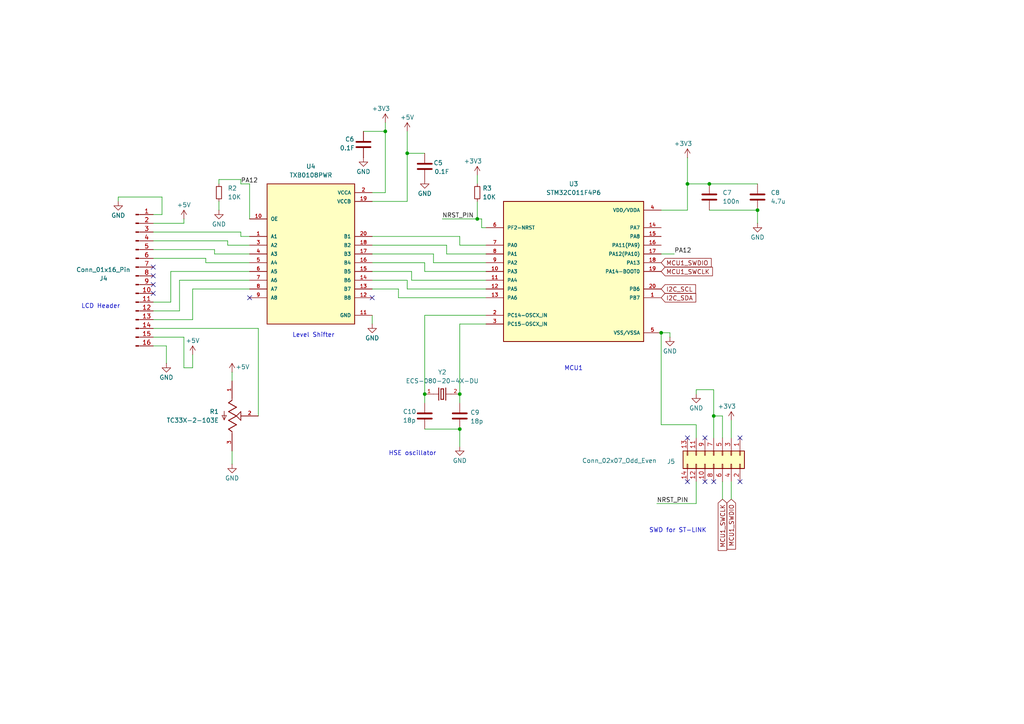
<source format=kicad_sch>
(kicad_sch
	(version 20231120)
	(generator "eeschema")
	(generator_version "8.0")
	(uuid "e1123319-32cb-43c1-96c3-e9437e301391")
	(paper "A4")
	(lib_symbols
		(symbol "Connector:Conn_01x16_Pin"
			(pin_names
				(offset 1.016) hide)
			(exclude_from_sim no)
			(in_bom yes)
			(on_board yes)
			(property "Reference" "J"
				(at 0 20.32 0)
				(effects
					(font
						(size 1.27 1.27)
					)
				)
			)
			(property "Value" "Conn_01x16_Pin"
				(at 0 -22.86 0)
				(effects
					(font
						(size 1.27 1.27)
					)
				)
			)
			(property "Footprint" ""
				(at 0 0 0)
				(effects
					(font
						(size 1.27 1.27)
					)
					(hide yes)
				)
			)
			(property "Datasheet" "~"
				(at 0 0 0)
				(effects
					(font
						(size 1.27 1.27)
					)
					(hide yes)
				)
			)
			(property "Description" "Generic connector, single row, 01x16, script generated"
				(at 0 0 0)
				(effects
					(font
						(size 1.27 1.27)
					)
					(hide yes)
				)
			)
			(property "ki_locked" ""
				(at 0 0 0)
				(effects
					(font
						(size 1.27 1.27)
					)
				)
			)
			(property "ki_keywords" "connector"
				(at 0 0 0)
				(effects
					(font
						(size 1.27 1.27)
					)
					(hide yes)
				)
			)
			(property "ki_fp_filters" "Connector*:*_1x??_*"
				(at 0 0 0)
				(effects
					(font
						(size 1.27 1.27)
					)
					(hide yes)
				)
			)
			(symbol "Conn_01x16_Pin_1_1"
				(polyline
					(pts
						(xy 1.27 -20.32) (xy 0.8636 -20.32)
					)
					(stroke
						(width 0.1524)
						(type default)
					)
					(fill
						(type none)
					)
				)
				(polyline
					(pts
						(xy 1.27 -17.78) (xy 0.8636 -17.78)
					)
					(stroke
						(width 0.1524)
						(type default)
					)
					(fill
						(type none)
					)
				)
				(polyline
					(pts
						(xy 1.27 -15.24) (xy 0.8636 -15.24)
					)
					(stroke
						(width 0.1524)
						(type default)
					)
					(fill
						(type none)
					)
				)
				(polyline
					(pts
						(xy 1.27 -12.7) (xy 0.8636 -12.7)
					)
					(stroke
						(width 0.1524)
						(type default)
					)
					(fill
						(type none)
					)
				)
				(polyline
					(pts
						(xy 1.27 -10.16) (xy 0.8636 -10.16)
					)
					(stroke
						(width 0.1524)
						(type default)
					)
					(fill
						(type none)
					)
				)
				(polyline
					(pts
						(xy 1.27 -7.62) (xy 0.8636 -7.62)
					)
					(stroke
						(width 0.1524)
						(type default)
					)
					(fill
						(type none)
					)
				)
				(polyline
					(pts
						(xy 1.27 -5.08) (xy 0.8636 -5.08)
					)
					(stroke
						(width 0.1524)
						(type default)
					)
					(fill
						(type none)
					)
				)
				(polyline
					(pts
						(xy 1.27 -2.54) (xy 0.8636 -2.54)
					)
					(stroke
						(width 0.1524)
						(type default)
					)
					(fill
						(type none)
					)
				)
				(polyline
					(pts
						(xy 1.27 0) (xy 0.8636 0)
					)
					(stroke
						(width 0.1524)
						(type default)
					)
					(fill
						(type none)
					)
				)
				(polyline
					(pts
						(xy 1.27 2.54) (xy 0.8636 2.54)
					)
					(stroke
						(width 0.1524)
						(type default)
					)
					(fill
						(type none)
					)
				)
				(polyline
					(pts
						(xy 1.27 5.08) (xy 0.8636 5.08)
					)
					(stroke
						(width 0.1524)
						(type default)
					)
					(fill
						(type none)
					)
				)
				(polyline
					(pts
						(xy 1.27 7.62) (xy 0.8636 7.62)
					)
					(stroke
						(width 0.1524)
						(type default)
					)
					(fill
						(type none)
					)
				)
				(polyline
					(pts
						(xy 1.27 10.16) (xy 0.8636 10.16)
					)
					(stroke
						(width 0.1524)
						(type default)
					)
					(fill
						(type none)
					)
				)
				(polyline
					(pts
						(xy 1.27 12.7) (xy 0.8636 12.7)
					)
					(stroke
						(width 0.1524)
						(type default)
					)
					(fill
						(type none)
					)
				)
				(polyline
					(pts
						(xy 1.27 15.24) (xy 0.8636 15.24)
					)
					(stroke
						(width 0.1524)
						(type default)
					)
					(fill
						(type none)
					)
				)
				(polyline
					(pts
						(xy 1.27 17.78) (xy 0.8636 17.78)
					)
					(stroke
						(width 0.1524)
						(type default)
					)
					(fill
						(type none)
					)
				)
				(rectangle
					(start 0.8636 -20.193)
					(end 0 -20.447)
					(stroke
						(width 0.1524)
						(type default)
					)
					(fill
						(type outline)
					)
				)
				(rectangle
					(start 0.8636 -17.653)
					(end 0 -17.907)
					(stroke
						(width 0.1524)
						(type default)
					)
					(fill
						(type outline)
					)
				)
				(rectangle
					(start 0.8636 -15.113)
					(end 0 -15.367)
					(stroke
						(width 0.1524)
						(type default)
					)
					(fill
						(type outline)
					)
				)
				(rectangle
					(start 0.8636 -12.573)
					(end 0 -12.827)
					(stroke
						(width 0.1524)
						(type default)
					)
					(fill
						(type outline)
					)
				)
				(rectangle
					(start 0.8636 -10.033)
					(end 0 -10.287)
					(stroke
						(width 0.1524)
						(type default)
					)
					(fill
						(type outline)
					)
				)
				(rectangle
					(start 0.8636 -7.493)
					(end 0 -7.747)
					(stroke
						(width 0.1524)
						(type default)
					)
					(fill
						(type outline)
					)
				)
				(rectangle
					(start 0.8636 -4.953)
					(end 0 -5.207)
					(stroke
						(width 0.1524)
						(type default)
					)
					(fill
						(type outline)
					)
				)
				(rectangle
					(start 0.8636 -2.413)
					(end 0 -2.667)
					(stroke
						(width 0.1524)
						(type default)
					)
					(fill
						(type outline)
					)
				)
				(rectangle
					(start 0.8636 0.127)
					(end 0 -0.127)
					(stroke
						(width 0.1524)
						(type default)
					)
					(fill
						(type outline)
					)
				)
				(rectangle
					(start 0.8636 2.667)
					(end 0 2.413)
					(stroke
						(width 0.1524)
						(type default)
					)
					(fill
						(type outline)
					)
				)
				(rectangle
					(start 0.8636 5.207)
					(end 0 4.953)
					(stroke
						(width 0.1524)
						(type default)
					)
					(fill
						(type outline)
					)
				)
				(rectangle
					(start 0.8636 7.747)
					(end 0 7.493)
					(stroke
						(width 0.1524)
						(type default)
					)
					(fill
						(type outline)
					)
				)
				(rectangle
					(start 0.8636 10.287)
					(end 0 10.033)
					(stroke
						(width 0.1524)
						(type default)
					)
					(fill
						(type outline)
					)
				)
				(rectangle
					(start 0.8636 12.827)
					(end 0 12.573)
					(stroke
						(width 0.1524)
						(type default)
					)
					(fill
						(type outline)
					)
				)
				(rectangle
					(start 0.8636 15.367)
					(end 0 15.113)
					(stroke
						(width 0.1524)
						(type default)
					)
					(fill
						(type outline)
					)
				)
				(rectangle
					(start 0.8636 17.907)
					(end 0 17.653)
					(stroke
						(width 0.1524)
						(type default)
					)
					(fill
						(type outline)
					)
				)
				(pin passive line
					(at 5.08 17.78 180)
					(length 3.81)
					(name "Pin_1"
						(effects
							(font
								(size 1.27 1.27)
							)
						)
					)
					(number "1"
						(effects
							(font
								(size 1.27 1.27)
							)
						)
					)
				)
				(pin passive line
					(at 5.08 -5.08 180)
					(length 3.81)
					(name "Pin_10"
						(effects
							(font
								(size 1.27 1.27)
							)
						)
					)
					(number "10"
						(effects
							(font
								(size 1.27 1.27)
							)
						)
					)
				)
				(pin passive line
					(at 5.08 -7.62 180)
					(length 3.81)
					(name "Pin_11"
						(effects
							(font
								(size 1.27 1.27)
							)
						)
					)
					(number "11"
						(effects
							(font
								(size 1.27 1.27)
							)
						)
					)
				)
				(pin passive line
					(at 5.08 -10.16 180)
					(length 3.81)
					(name "Pin_12"
						(effects
							(font
								(size 1.27 1.27)
							)
						)
					)
					(number "12"
						(effects
							(font
								(size 1.27 1.27)
							)
						)
					)
				)
				(pin passive line
					(at 5.08 -12.7 180)
					(length 3.81)
					(name "Pin_13"
						(effects
							(font
								(size 1.27 1.27)
							)
						)
					)
					(number "13"
						(effects
							(font
								(size 1.27 1.27)
							)
						)
					)
				)
				(pin passive line
					(at 5.08 -15.24 180)
					(length 3.81)
					(name "Pin_14"
						(effects
							(font
								(size 1.27 1.27)
							)
						)
					)
					(number "14"
						(effects
							(font
								(size 1.27 1.27)
							)
						)
					)
				)
				(pin passive line
					(at 5.08 -17.78 180)
					(length 3.81)
					(name "Pin_15"
						(effects
							(font
								(size 1.27 1.27)
							)
						)
					)
					(number "15"
						(effects
							(font
								(size 1.27 1.27)
							)
						)
					)
				)
				(pin passive line
					(at 5.08 -20.32 180)
					(length 3.81)
					(name "Pin_16"
						(effects
							(font
								(size 1.27 1.27)
							)
						)
					)
					(number "16"
						(effects
							(font
								(size 1.27 1.27)
							)
						)
					)
				)
				(pin passive line
					(at 5.08 15.24 180)
					(length 3.81)
					(name "Pin_2"
						(effects
							(font
								(size 1.27 1.27)
							)
						)
					)
					(number "2"
						(effects
							(font
								(size 1.27 1.27)
							)
						)
					)
				)
				(pin passive line
					(at 5.08 12.7 180)
					(length 3.81)
					(name "Pin_3"
						(effects
							(font
								(size 1.27 1.27)
							)
						)
					)
					(number "3"
						(effects
							(font
								(size 1.27 1.27)
							)
						)
					)
				)
				(pin passive line
					(at 5.08 10.16 180)
					(length 3.81)
					(name "Pin_4"
						(effects
							(font
								(size 1.27 1.27)
							)
						)
					)
					(number "4"
						(effects
							(font
								(size 1.27 1.27)
							)
						)
					)
				)
				(pin passive line
					(at 5.08 7.62 180)
					(length 3.81)
					(name "Pin_5"
						(effects
							(font
								(size 1.27 1.27)
							)
						)
					)
					(number "5"
						(effects
							(font
								(size 1.27 1.27)
							)
						)
					)
				)
				(pin passive line
					(at 5.08 5.08 180)
					(length 3.81)
					(name "Pin_6"
						(effects
							(font
								(size 1.27 1.27)
							)
						)
					)
					(number "6"
						(effects
							(font
								(size 1.27 1.27)
							)
						)
					)
				)
				(pin passive line
					(at 5.08 2.54 180)
					(length 3.81)
					(name "Pin_7"
						(effects
							(font
								(size 1.27 1.27)
							)
						)
					)
					(number "7"
						(effects
							(font
								(size 1.27 1.27)
							)
						)
					)
				)
				(pin passive line
					(at 5.08 0 180)
					(length 3.81)
					(name "Pin_8"
						(effects
							(font
								(size 1.27 1.27)
							)
						)
					)
					(number "8"
						(effects
							(font
								(size 1.27 1.27)
							)
						)
					)
				)
				(pin passive line
					(at 5.08 -2.54 180)
					(length 3.81)
					(name "Pin_9"
						(effects
							(font
								(size 1.27 1.27)
							)
						)
					)
					(number "9"
						(effects
							(font
								(size 1.27 1.27)
							)
						)
					)
				)
			)
		)
		(symbol "Connector_Generic:Conn_02x07_Odd_Even"
			(pin_names
				(offset 1.016) hide)
			(exclude_from_sim no)
			(in_bom yes)
			(on_board yes)
			(property "Reference" "J"
				(at 1.27 10.16 0)
				(effects
					(font
						(size 1.27 1.27)
					)
				)
			)
			(property "Value" "Conn_02x07_Odd_Even"
				(at 1.27 -10.16 0)
				(effects
					(font
						(size 1.27 1.27)
					)
				)
			)
			(property "Footprint" ""
				(at 0 0 0)
				(effects
					(font
						(size 1.27 1.27)
					)
					(hide yes)
				)
			)
			(property "Datasheet" "~"
				(at 0 0 0)
				(effects
					(font
						(size 1.27 1.27)
					)
					(hide yes)
				)
			)
			(property "Description" "Generic connector, double row, 02x07, odd/even pin numbering scheme (row 1 odd numbers, row 2 even numbers), script generated (kicad-library-utils/schlib/autogen/connector/)"
				(at 0 0 0)
				(effects
					(font
						(size 1.27 1.27)
					)
					(hide yes)
				)
			)
			(property "ki_keywords" "connector"
				(at 0 0 0)
				(effects
					(font
						(size 1.27 1.27)
					)
					(hide yes)
				)
			)
			(property "ki_fp_filters" "Connector*:*_2x??_*"
				(at 0 0 0)
				(effects
					(font
						(size 1.27 1.27)
					)
					(hide yes)
				)
			)
			(symbol "Conn_02x07_Odd_Even_1_1"
				(rectangle
					(start -1.27 -7.493)
					(end 0 -7.747)
					(stroke
						(width 0.1524)
						(type default)
					)
					(fill
						(type none)
					)
				)
				(rectangle
					(start -1.27 -4.953)
					(end 0 -5.207)
					(stroke
						(width 0.1524)
						(type default)
					)
					(fill
						(type none)
					)
				)
				(rectangle
					(start -1.27 -2.413)
					(end 0 -2.667)
					(stroke
						(width 0.1524)
						(type default)
					)
					(fill
						(type none)
					)
				)
				(rectangle
					(start -1.27 0.127)
					(end 0 -0.127)
					(stroke
						(width 0.1524)
						(type default)
					)
					(fill
						(type none)
					)
				)
				(rectangle
					(start -1.27 2.667)
					(end 0 2.413)
					(stroke
						(width 0.1524)
						(type default)
					)
					(fill
						(type none)
					)
				)
				(rectangle
					(start -1.27 5.207)
					(end 0 4.953)
					(stroke
						(width 0.1524)
						(type default)
					)
					(fill
						(type none)
					)
				)
				(rectangle
					(start -1.27 7.747)
					(end 0 7.493)
					(stroke
						(width 0.1524)
						(type default)
					)
					(fill
						(type none)
					)
				)
				(rectangle
					(start -1.27 8.89)
					(end 3.81 -8.89)
					(stroke
						(width 0.254)
						(type default)
					)
					(fill
						(type background)
					)
				)
				(rectangle
					(start 3.81 -7.493)
					(end 2.54 -7.747)
					(stroke
						(width 0.1524)
						(type default)
					)
					(fill
						(type none)
					)
				)
				(rectangle
					(start 3.81 -4.953)
					(end 2.54 -5.207)
					(stroke
						(width 0.1524)
						(type default)
					)
					(fill
						(type none)
					)
				)
				(rectangle
					(start 3.81 -2.413)
					(end 2.54 -2.667)
					(stroke
						(width 0.1524)
						(type default)
					)
					(fill
						(type none)
					)
				)
				(rectangle
					(start 3.81 0.127)
					(end 2.54 -0.127)
					(stroke
						(width 0.1524)
						(type default)
					)
					(fill
						(type none)
					)
				)
				(rectangle
					(start 3.81 2.667)
					(end 2.54 2.413)
					(stroke
						(width 0.1524)
						(type default)
					)
					(fill
						(type none)
					)
				)
				(rectangle
					(start 3.81 5.207)
					(end 2.54 4.953)
					(stroke
						(width 0.1524)
						(type default)
					)
					(fill
						(type none)
					)
				)
				(rectangle
					(start 3.81 7.747)
					(end 2.54 7.493)
					(stroke
						(width 0.1524)
						(type default)
					)
					(fill
						(type none)
					)
				)
				(pin passive line
					(at -5.08 7.62 0)
					(length 3.81)
					(name "Pin_1"
						(effects
							(font
								(size 1.27 1.27)
							)
						)
					)
					(number "1"
						(effects
							(font
								(size 1.27 1.27)
							)
						)
					)
				)
				(pin passive line
					(at 7.62 -2.54 180)
					(length 3.81)
					(name "Pin_10"
						(effects
							(font
								(size 1.27 1.27)
							)
						)
					)
					(number "10"
						(effects
							(font
								(size 1.27 1.27)
							)
						)
					)
				)
				(pin passive line
					(at -5.08 -5.08 0)
					(length 3.81)
					(name "Pin_11"
						(effects
							(font
								(size 1.27 1.27)
							)
						)
					)
					(number "11"
						(effects
							(font
								(size 1.27 1.27)
							)
						)
					)
				)
				(pin passive line
					(at 7.62 -5.08 180)
					(length 3.81)
					(name "Pin_12"
						(effects
							(font
								(size 1.27 1.27)
							)
						)
					)
					(number "12"
						(effects
							(font
								(size 1.27 1.27)
							)
						)
					)
				)
				(pin passive line
					(at -5.08 -7.62 0)
					(length 3.81)
					(name "Pin_13"
						(effects
							(font
								(size 1.27 1.27)
							)
						)
					)
					(number "13"
						(effects
							(font
								(size 1.27 1.27)
							)
						)
					)
				)
				(pin passive line
					(at 7.62 -7.62 180)
					(length 3.81)
					(name "Pin_14"
						(effects
							(font
								(size 1.27 1.27)
							)
						)
					)
					(number "14"
						(effects
							(font
								(size 1.27 1.27)
							)
						)
					)
				)
				(pin passive line
					(at 7.62 7.62 180)
					(length 3.81)
					(name "Pin_2"
						(effects
							(font
								(size 1.27 1.27)
							)
						)
					)
					(number "2"
						(effects
							(font
								(size 1.27 1.27)
							)
						)
					)
				)
				(pin passive line
					(at -5.08 5.08 0)
					(length 3.81)
					(name "Pin_3"
						(effects
							(font
								(size 1.27 1.27)
							)
						)
					)
					(number "3"
						(effects
							(font
								(size 1.27 1.27)
							)
						)
					)
				)
				(pin passive line
					(at 7.62 5.08 180)
					(length 3.81)
					(name "Pin_4"
						(effects
							(font
								(size 1.27 1.27)
							)
						)
					)
					(number "4"
						(effects
							(font
								(size 1.27 1.27)
							)
						)
					)
				)
				(pin passive line
					(at -5.08 2.54 0)
					(length 3.81)
					(name "Pin_5"
						(effects
							(font
								(size 1.27 1.27)
							)
						)
					)
					(number "5"
						(effects
							(font
								(size 1.27 1.27)
							)
						)
					)
				)
				(pin passive line
					(at 7.62 2.54 180)
					(length 3.81)
					(name "Pin_6"
						(effects
							(font
								(size 1.27 1.27)
							)
						)
					)
					(number "6"
						(effects
							(font
								(size 1.27 1.27)
							)
						)
					)
				)
				(pin passive line
					(at -5.08 0 0)
					(length 3.81)
					(name "Pin_7"
						(effects
							(font
								(size 1.27 1.27)
							)
						)
					)
					(number "7"
						(effects
							(font
								(size 1.27 1.27)
							)
						)
					)
				)
				(pin passive line
					(at 7.62 0 180)
					(length 3.81)
					(name "Pin_8"
						(effects
							(font
								(size 1.27 1.27)
							)
						)
					)
					(number "8"
						(effects
							(font
								(size 1.27 1.27)
							)
						)
					)
				)
				(pin passive line
					(at -5.08 -2.54 0)
					(length 3.81)
					(name "Pin_9"
						(effects
							(font
								(size 1.27 1.27)
							)
						)
					)
					(number "9"
						(effects
							(font
								(size 1.27 1.27)
							)
						)
					)
				)
			)
		)
		(symbol "Device:C"
			(pin_numbers hide)
			(pin_names
				(offset 0.254)
			)
			(exclude_from_sim no)
			(in_bom yes)
			(on_board yes)
			(property "Reference" "C"
				(at 0.635 2.54 0)
				(effects
					(font
						(size 1.27 1.27)
					)
					(justify left)
				)
			)
			(property "Value" "C"
				(at 0.635 -2.54 0)
				(effects
					(font
						(size 1.27 1.27)
					)
					(justify left)
				)
			)
			(property "Footprint" ""
				(at 0.9652 -3.81 0)
				(effects
					(font
						(size 1.27 1.27)
					)
					(hide yes)
				)
			)
			(property "Datasheet" "~"
				(at 0 0 0)
				(effects
					(font
						(size 1.27 1.27)
					)
					(hide yes)
				)
			)
			(property "Description" "Unpolarized capacitor"
				(at 0 0 0)
				(effects
					(font
						(size 1.27 1.27)
					)
					(hide yes)
				)
			)
			(property "ki_keywords" "cap capacitor"
				(at 0 0 0)
				(effects
					(font
						(size 1.27 1.27)
					)
					(hide yes)
				)
			)
			(property "ki_fp_filters" "C_*"
				(at 0 0 0)
				(effects
					(font
						(size 1.27 1.27)
					)
					(hide yes)
				)
			)
			(symbol "C_0_1"
				(polyline
					(pts
						(xy -2.032 -0.762) (xy 2.032 -0.762)
					)
					(stroke
						(width 0.508)
						(type default)
					)
					(fill
						(type none)
					)
				)
				(polyline
					(pts
						(xy -2.032 0.762) (xy 2.032 0.762)
					)
					(stroke
						(width 0.508)
						(type default)
					)
					(fill
						(type none)
					)
				)
			)
			(symbol "C_1_1"
				(pin passive line
					(at 0 3.81 270)
					(length 2.794)
					(name "~"
						(effects
							(font
								(size 1.27 1.27)
							)
						)
					)
					(number "1"
						(effects
							(font
								(size 1.27 1.27)
							)
						)
					)
				)
				(pin passive line
					(at 0 -3.81 90)
					(length 2.794)
					(name "~"
						(effects
							(font
								(size 1.27 1.27)
							)
						)
					)
					(number "2"
						(effects
							(font
								(size 1.27 1.27)
							)
						)
					)
				)
			)
		)
		(symbol "Device:R_Small"
			(pin_numbers hide)
			(pin_names
				(offset 0.254) hide)
			(exclude_from_sim no)
			(in_bom yes)
			(on_board yes)
			(property "Reference" "R"
				(at 0.762 0.508 0)
				(effects
					(font
						(size 1.27 1.27)
					)
					(justify left)
				)
			)
			(property "Value" "R_Small"
				(at 0.762 -1.016 0)
				(effects
					(font
						(size 1.27 1.27)
					)
					(justify left)
				)
			)
			(property "Footprint" ""
				(at 0 0 0)
				(effects
					(font
						(size 1.27 1.27)
					)
					(hide yes)
				)
			)
			(property "Datasheet" "~"
				(at 0 0 0)
				(effects
					(font
						(size 1.27 1.27)
					)
					(hide yes)
				)
			)
			(property "Description" "Resistor, small symbol"
				(at 0 0 0)
				(effects
					(font
						(size 1.27 1.27)
					)
					(hide yes)
				)
			)
			(property "ki_keywords" "R resistor"
				(at 0 0 0)
				(effects
					(font
						(size 1.27 1.27)
					)
					(hide yes)
				)
			)
			(property "ki_fp_filters" "R_*"
				(at 0 0 0)
				(effects
					(font
						(size 1.27 1.27)
					)
					(hide yes)
				)
			)
			(symbol "R_Small_0_1"
				(rectangle
					(start -0.762 1.778)
					(end 0.762 -1.778)
					(stroke
						(width 0.2032)
						(type default)
					)
					(fill
						(type none)
					)
				)
			)
			(symbol "R_Small_1_1"
				(pin passive line
					(at 0 2.54 270)
					(length 0.762)
					(name "~"
						(effects
							(font
								(size 1.27 1.27)
							)
						)
					)
					(number "1"
						(effects
							(font
								(size 1.27 1.27)
							)
						)
					)
				)
				(pin passive line
					(at 0 -2.54 90)
					(length 0.762)
					(name "~"
						(effects
							(font
								(size 1.27 1.27)
							)
						)
					)
					(number "2"
						(effects
							(font
								(size 1.27 1.27)
							)
						)
					)
				)
			)
		)
		(symbol "level_shifter_forlcd:TXB0108PWR"
			(pin_names
				(offset 1.016)
			)
			(exclude_from_sim no)
			(in_bom yes)
			(on_board yes)
			(property "Reference" "U"
				(at -12.7 23.86 0)
				(effects
					(font
						(size 1.27 1.27)
					)
					(justify left bottom)
				)
			)
			(property "Value" "TXB0108PWR"
				(at -12.7 -21.78 0)
				(effects
					(font
						(size 1.27 1.27)
					)
					(justify left bottom)
				)
			)
			(property "Footprint" "TXB0108PWR:SOP65P640X120-20N"
				(at 0 0 0)
				(effects
					(font
						(size 1.27 1.27)
					)
					(justify bottom)
					(hide yes)
				)
			)
			(property "Datasheet" ""
				(at 0 0 0)
				(effects
					(font
						(size 1.27 1.27)
					)
					(hide yes)
				)
			)
			(property "Description" ""
				(at 0 0 0)
				(effects
					(font
						(size 1.27 1.27)
					)
					(hide yes)
				)
			)
			(property "PARTREV" "H"
				(at 0 0 0)
				(effects
					(font
						(size 1.27 1.27)
					)
					(justify bottom)
					(hide yes)
				)
			)
			(property "MANUFACTURER" "Texas Instruments"
				(at 0 0 0)
				(effects
					(font
						(size 1.27 1.27)
					)
					(justify bottom)
					(hide yes)
				)
			)
			(property "MAXIMUM_PACKAGE_HEIGHT" "1.2mm"
				(at 0 0 0)
				(effects
					(font
						(size 1.27 1.27)
					)
					(justify bottom)
					(hide yes)
				)
			)
			(property "STANDARD" "IPC-7351B"
				(at 0 0 0)
				(effects
					(font
						(size 1.27 1.27)
					)
					(justify bottom)
					(hide yes)
				)
			)
			(symbol "TXB0108PWR_0_0"
				(rectangle
					(start -12.7 -17.78)
					(end 12.7 22.86)
					(stroke
						(width 0.254)
						(type default)
					)
					(fill
						(type background)
					)
				)
				(pin bidirectional line
					(at -17.78 7.62 0)
					(length 5.08)
					(name "A1"
						(effects
							(font
								(size 1.016 1.016)
							)
						)
					)
					(number "1"
						(effects
							(font
								(size 1.016 1.016)
							)
						)
					)
				)
				(pin input line
					(at -17.78 12.7 0)
					(length 5.08)
					(name "OE"
						(effects
							(font
								(size 1.016 1.016)
							)
						)
					)
					(number "10"
						(effects
							(font
								(size 1.016 1.016)
							)
						)
					)
				)
				(pin power_in line
					(at 17.78 -15.24 180)
					(length 5.08)
					(name "GND"
						(effects
							(font
								(size 1.016 1.016)
							)
						)
					)
					(number "11"
						(effects
							(font
								(size 1.016 1.016)
							)
						)
					)
				)
				(pin bidirectional line
					(at 17.78 -10.16 180)
					(length 5.08)
					(name "B8"
						(effects
							(font
								(size 1.016 1.016)
							)
						)
					)
					(number "12"
						(effects
							(font
								(size 1.016 1.016)
							)
						)
					)
				)
				(pin bidirectional line
					(at 17.78 -7.62 180)
					(length 5.08)
					(name "B7"
						(effects
							(font
								(size 1.016 1.016)
							)
						)
					)
					(number "13"
						(effects
							(font
								(size 1.016 1.016)
							)
						)
					)
				)
				(pin bidirectional line
					(at 17.78 -5.08 180)
					(length 5.08)
					(name "B6"
						(effects
							(font
								(size 1.016 1.016)
							)
						)
					)
					(number "14"
						(effects
							(font
								(size 1.016 1.016)
							)
						)
					)
				)
				(pin bidirectional line
					(at 17.78 -2.54 180)
					(length 5.08)
					(name "B5"
						(effects
							(font
								(size 1.016 1.016)
							)
						)
					)
					(number "15"
						(effects
							(font
								(size 1.016 1.016)
							)
						)
					)
				)
				(pin bidirectional line
					(at 17.78 0 180)
					(length 5.08)
					(name "B4"
						(effects
							(font
								(size 1.016 1.016)
							)
						)
					)
					(number "16"
						(effects
							(font
								(size 1.016 1.016)
							)
						)
					)
				)
				(pin bidirectional line
					(at 17.78 2.54 180)
					(length 5.08)
					(name "B3"
						(effects
							(font
								(size 1.016 1.016)
							)
						)
					)
					(number "17"
						(effects
							(font
								(size 1.016 1.016)
							)
						)
					)
				)
				(pin bidirectional line
					(at 17.78 5.08 180)
					(length 5.08)
					(name "B2"
						(effects
							(font
								(size 1.016 1.016)
							)
						)
					)
					(number "18"
						(effects
							(font
								(size 1.016 1.016)
							)
						)
					)
				)
				(pin power_in line
					(at 17.78 17.78 180)
					(length 5.08)
					(name "VCCB"
						(effects
							(font
								(size 1.016 1.016)
							)
						)
					)
					(number "19"
						(effects
							(font
								(size 1.016 1.016)
							)
						)
					)
				)
				(pin power_in line
					(at 17.78 20.32 180)
					(length 5.08)
					(name "VCCA"
						(effects
							(font
								(size 1.016 1.016)
							)
						)
					)
					(number "2"
						(effects
							(font
								(size 1.016 1.016)
							)
						)
					)
				)
				(pin bidirectional line
					(at 17.78 7.62 180)
					(length 5.08)
					(name "B1"
						(effects
							(font
								(size 1.016 1.016)
							)
						)
					)
					(number "20"
						(effects
							(font
								(size 1.016 1.016)
							)
						)
					)
				)
				(pin bidirectional line
					(at -17.78 5.08 0)
					(length 5.08)
					(name "A2"
						(effects
							(font
								(size 1.016 1.016)
							)
						)
					)
					(number "3"
						(effects
							(font
								(size 1.016 1.016)
							)
						)
					)
				)
				(pin bidirectional line
					(at -17.78 2.54 0)
					(length 5.08)
					(name "A3"
						(effects
							(font
								(size 1.016 1.016)
							)
						)
					)
					(number "4"
						(effects
							(font
								(size 1.016 1.016)
							)
						)
					)
				)
				(pin bidirectional line
					(at -17.78 0 0)
					(length 5.08)
					(name "A4"
						(effects
							(font
								(size 1.016 1.016)
							)
						)
					)
					(number "5"
						(effects
							(font
								(size 1.016 1.016)
							)
						)
					)
				)
				(pin bidirectional line
					(at -17.78 -2.54 0)
					(length 5.08)
					(name "A5"
						(effects
							(font
								(size 1.016 1.016)
							)
						)
					)
					(number "6"
						(effects
							(font
								(size 1.016 1.016)
							)
						)
					)
				)
				(pin bidirectional line
					(at -17.78 -5.08 0)
					(length 5.08)
					(name "A6"
						(effects
							(font
								(size 1.016 1.016)
							)
						)
					)
					(number "7"
						(effects
							(font
								(size 1.016 1.016)
							)
						)
					)
				)
				(pin bidirectional line
					(at -17.78 -7.62 0)
					(length 5.08)
					(name "A7"
						(effects
							(font
								(size 1.016 1.016)
							)
						)
					)
					(number "8"
						(effects
							(font
								(size 1.016 1.016)
							)
						)
					)
				)
				(pin bidirectional line
					(at -17.78 -10.16 0)
					(length 5.08)
					(name "A8"
						(effects
							(font
								(size 1.016 1.016)
							)
						)
					)
					(number "9"
						(effects
							(font
								(size 1.016 1.016)
							)
						)
					)
				)
			)
		)
		(symbol "mcu_small:STM32C011F4P6"
			(pin_names
				(offset 1.016)
			)
			(exclude_from_sim no)
			(in_bom yes)
			(on_board yes)
			(property "Reference" "U"
				(at -20.32 22.86 0)
				(effects
					(font
						(size 1.27 1.27)
					)
					(justify left top)
				)
			)
			(property "Value" "STM32C011F4P6"
				(at -20.32 -22.86 0)
				(effects
					(font
						(size 1.27 1.27)
					)
					(justify left bottom)
				)
			)
			(property "Footprint" "STM32C011F4P6:SOP65P640X120-20N"
				(at 0 0 0)
				(effects
					(font
						(size 1.27 1.27)
					)
					(justify bottom)
					(hide yes)
				)
			)
			(property "Datasheet" ""
				(at 0 0 0)
				(effects
					(font
						(size 1.27 1.27)
					)
					(hide yes)
				)
			)
			(property "Description" ""
				(at 0 0 0)
				(effects
					(font
						(size 1.27 1.27)
					)
					(hide yes)
				)
			)
			(property "PARTREV" "3"
				(at 0 0 0)
				(effects
					(font
						(size 1.27 1.27)
					)
					(justify bottom)
					(hide yes)
				)
			)
			(property "STANDARD" "IPC-7351B"
				(at 0 0 0)
				(effects
					(font
						(size 1.27 1.27)
					)
					(justify bottom)
					(hide yes)
				)
			)
			(property "SNAPEDA_PN" "STM32C011F4P6"
				(at 0 0 0)
				(effects
					(font
						(size 1.27 1.27)
					)
					(justify bottom)
					(hide yes)
				)
			)
			(property "MAXIMUM_PACKAGE_HEIGHT" "1.20mm"
				(at 0 0 0)
				(effects
					(font
						(size 1.27 1.27)
					)
					(justify bottom)
					(hide yes)
				)
			)
			(property "MANUFACTURER" "ST Microelectronics"
				(at 0 0 0)
				(effects
					(font
						(size 1.27 1.27)
					)
					(justify bottom)
					(hide yes)
				)
			)
			(symbol "STM32C011F4P6_0_0"
				(rectangle
					(start -20.32 -20.32)
					(end 20.32 20.32)
					(stroke
						(width 0.254)
						(type default)
					)
					(fill
						(type background)
					)
				)
				(pin bidirectional line
					(at 25.4 -7.62 180)
					(length 5.08)
					(name "PB7"
						(effects
							(font
								(size 1.016 1.016)
							)
						)
					)
					(number "1"
						(effects
							(font
								(size 1.016 1.016)
							)
						)
					)
				)
				(pin bidirectional line
					(at -25.4 0 0)
					(length 5.08)
					(name "PA3"
						(effects
							(font
								(size 1.016 1.016)
							)
						)
					)
					(number "10"
						(effects
							(font
								(size 1.016 1.016)
							)
						)
					)
				)
				(pin bidirectional line
					(at -25.4 -2.54 0)
					(length 5.08)
					(name "PA4"
						(effects
							(font
								(size 1.016 1.016)
							)
						)
					)
					(number "11"
						(effects
							(font
								(size 1.016 1.016)
							)
						)
					)
				)
				(pin bidirectional line
					(at -25.4 -5.08 0)
					(length 5.08)
					(name "PA5"
						(effects
							(font
								(size 1.016 1.016)
							)
						)
					)
					(number "12"
						(effects
							(font
								(size 1.016 1.016)
							)
						)
					)
				)
				(pin bidirectional line
					(at -25.4 -7.62 0)
					(length 5.08)
					(name "PA6"
						(effects
							(font
								(size 1.016 1.016)
							)
						)
					)
					(number "13"
						(effects
							(font
								(size 1.016 1.016)
							)
						)
					)
				)
				(pin bidirectional line
					(at 25.4 12.7 180)
					(length 5.08)
					(name "PA7"
						(effects
							(font
								(size 1.016 1.016)
							)
						)
					)
					(number "14"
						(effects
							(font
								(size 1.016 1.016)
							)
						)
					)
				)
				(pin bidirectional line
					(at 25.4 10.16 180)
					(length 5.08)
					(name "PA8"
						(effects
							(font
								(size 1.016 1.016)
							)
						)
					)
					(number "15"
						(effects
							(font
								(size 1.016 1.016)
							)
						)
					)
				)
				(pin bidirectional line
					(at 25.4 7.62 180)
					(length 5.08)
					(name "PA11(PA9)"
						(effects
							(font
								(size 1.016 1.016)
							)
						)
					)
					(number "16"
						(effects
							(font
								(size 1.016 1.016)
							)
						)
					)
				)
				(pin bidirectional line
					(at 25.4 5.08 180)
					(length 5.08)
					(name "PA12(PA10)"
						(effects
							(font
								(size 1.016 1.016)
							)
						)
					)
					(number "17"
						(effects
							(font
								(size 1.016 1.016)
							)
						)
					)
				)
				(pin bidirectional line
					(at 25.4 2.54 180)
					(length 5.08)
					(name "PA13"
						(effects
							(font
								(size 1.016 1.016)
							)
						)
					)
					(number "18"
						(effects
							(font
								(size 1.016 1.016)
							)
						)
					)
				)
				(pin bidirectional line
					(at 25.4 0 180)
					(length 5.08)
					(name "PA14-BOOT0"
						(effects
							(font
								(size 1.016 1.016)
							)
						)
					)
					(number "19"
						(effects
							(font
								(size 1.016 1.016)
							)
						)
					)
				)
				(pin bidirectional line
					(at -25.4 -12.7 0)
					(length 5.08)
					(name "PC14-OSCX_IN"
						(effects
							(font
								(size 1.016 1.016)
							)
						)
					)
					(number "2"
						(effects
							(font
								(size 1.016 1.016)
							)
						)
					)
				)
				(pin bidirectional line
					(at 25.4 -5.08 180)
					(length 5.08)
					(name "PB6"
						(effects
							(font
								(size 1.016 1.016)
							)
						)
					)
					(number "20"
						(effects
							(font
								(size 1.016 1.016)
							)
						)
					)
				)
				(pin bidirectional line
					(at -25.4 -15.24 0)
					(length 5.08)
					(name "PC15-OSCX_IN"
						(effects
							(font
								(size 1.016 1.016)
							)
						)
					)
					(number "3"
						(effects
							(font
								(size 1.016 1.016)
							)
						)
					)
				)
				(pin power_in line
					(at 25.4 17.78 180)
					(length 5.08)
					(name "VDD/VDDA"
						(effects
							(font
								(size 1.016 1.016)
							)
						)
					)
					(number "4"
						(effects
							(font
								(size 1.016 1.016)
							)
						)
					)
				)
				(pin power_in line
					(at 25.4 -17.78 180)
					(length 5.08)
					(name "VSS/VSSA"
						(effects
							(font
								(size 1.016 1.016)
							)
						)
					)
					(number "5"
						(effects
							(font
								(size 1.016 1.016)
							)
						)
					)
				)
				(pin bidirectional line
					(at -25.4 12.7 0)
					(length 5.08)
					(name "PF2-NRST"
						(effects
							(font
								(size 1.016 1.016)
							)
						)
					)
					(number "6"
						(effects
							(font
								(size 1.016 1.016)
							)
						)
					)
				)
				(pin bidirectional line
					(at -25.4 7.62 0)
					(length 5.08)
					(name "PA0"
						(effects
							(font
								(size 1.016 1.016)
							)
						)
					)
					(number "7"
						(effects
							(font
								(size 1.016 1.016)
							)
						)
					)
				)
				(pin bidirectional line
					(at -25.4 5.08 0)
					(length 5.08)
					(name "PA1"
						(effects
							(font
								(size 1.016 1.016)
							)
						)
					)
					(number "8"
						(effects
							(font
								(size 1.016 1.016)
							)
						)
					)
				)
				(pin bidirectional line
					(at -25.4 2.54 0)
					(length 5.08)
					(name "PA2"
						(effects
							(font
								(size 1.016 1.016)
							)
						)
					)
					(number "9"
						(effects
							(font
								(size 1.016 1.016)
							)
						)
					)
				)
			)
		)
		(symbol "oscillator_good:ECS-080-20-4X-DU"
			(pin_names
				(offset 1.016)
			)
			(exclude_from_sim no)
			(in_bom yes)
			(on_board yes)
			(property "Reference" "Y"
				(at -4.5769 2.2885 0)
				(effects
					(font
						(size 1.27 1.27)
					)
					(justify left bottom)
				)
			)
			(property "Value" "ECS-080-20-4X-DU"
				(at -4.323 -4.5773 0)
				(effects
					(font
						(size 1.27 1.27)
					)
					(justify left bottom)
				)
			)
			(property "Footprint" "ECS-080-20-4X-DU:XTAL_ECS-160-20-4X"
				(at 0 0 0)
				(effects
					(font
						(size 1.27 1.27)
					)
					(justify bottom)
					(hide yes)
				)
			)
			(property "Datasheet" ""
				(at 0 0 0)
				(effects
					(font
						(size 1.27 1.27)
					)
					(hide yes)
				)
			)
			(property "Description" ""
				(at 0 0 0)
				(effects
					(font
						(size 1.27 1.27)
					)
					(hide yes)
				)
			)
			(property "MANUFACTURER" "ECS Inc."
				(at 0 0 0)
				(effects
					(font
						(size 1.27 1.27)
					)
					(justify bottom)
					(hide yes)
				)
			)
			(symbol "ECS-080-20-4X-DU_0_0"
				(polyline
					(pts
						(xy -2.54 0) (xy -1.016 0)
					)
					(stroke
						(width 0.1524)
						(type default)
					)
					(fill
						(type none)
					)
				)
				(polyline
					(pts
						(xy -1.016 1.778) (xy -1.016 -1.778)
					)
					(stroke
						(width 0.254)
						(type default)
					)
					(fill
						(type none)
					)
				)
				(polyline
					(pts
						(xy -0.381 -1.524) (xy 0.381 -1.524)
					)
					(stroke
						(width 0.254)
						(type default)
					)
					(fill
						(type none)
					)
				)
				(polyline
					(pts
						(xy -0.381 1.524) (xy -0.381 -1.524)
					)
					(stroke
						(width 0.254)
						(type default)
					)
					(fill
						(type none)
					)
				)
				(polyline
					(pts
						(xy 0.381 -1.524) (xy 0.381 1.524)
					)
					(stroke
						(width 0.254)
						(type default)
					)
					(fill
						(type none)
					)
				)
				(polyline
					(pts
						(xy 0.381 1.524) (xy -0.381 1.524)
					)
					(stroke
						(width 0.254)
						(type default)
					)
					(fill
						(type none)
					)
				)
				(polyline
					(pts
						(xy 1.016 0) (xy 2.54 0)
					)
					(stroke
						(width 0.1524)
						(type default)
					)
					(fill
						(type none)
					)
				)
				(polyline
					(pts
						(xy 1.016 1.778) (xy 1.016 -1.778)
					)
					(stroke
						(width 0.254)
						(type default)
					)
					(fill
						(type none)
					)
				)
				(pin passive line
					(at -5.08 0 0)
					(length 2.54)
					(name "~"
						(effects
							(font
								(size 1.016 1.016)
							)
						)
					)
					(number "1"
						(effects
							(font
								(size 1.016 1.016)
							)
						)
					)
				)
				(pin passive line
					(at 5.08 0 180)
					(length 2.54)
					(name "~"
						(effects
							(font
								(size 1.016 1.016)
							)
						)
					)
					(number "2"
						(effects
							(font
								(size 1.016 1.016)
							)
						)
					)
				)
			)
		)
		(symbol "potentiometererer:TC33X-2-103E"
			(pin_names
				(offset 1.016)
			)
			(exclude_from_sim no)
			(in_bom yes)
			(on_board yes)
			(property "Reference" "R"
				(at 3.0511 3.8139 0)
				(effects
					(font
						(size 1.27 1.27)
					)
					(justify left bottom)
				)
			)
			(property "Value" "TC33X-2-103E"
				(at 2.5421 -5.0842 0)
				(effects
					(font
						(size 1.27 1.27)
					)
					(justify left bottom)
				)
			)
			(property "Footprint" "TC33X-2-103E:TRIM_TC33X-2-103E"
				(at 0 0 0)
				(effects
					(font
						(size 1.27 1.27)
					)
					(justify bottom)
					(hide yes)
				)
			)
			(property "Datasheet" ""
				(at 0 0 0)
				(effects
					(font
						(size 1.27 1.27)
					)
					(hide yes)
				)
			)
			(property "Description" "Res Trimmer 100K Ohm 25% 1/10W 1_Elec_/1_Mech_Turn _3 X 3.8mm_ Foot Print SMD Embossed T/R"
				(at 0 0 0)
				(effects
					(font
						(size 1.27 1.27)
					)
					(justify bottom)
					(hide yes)
				)
			)
			(property "MF" "Bourns"
				(at 0 0 0)
				(effects
					(font
						(size 1.27 1.27)
					)
					(justify bottom)
					(hide yes)
				)
			)
			(property "PACKAGE" "Bourns"
				(at 0 0 0)
				(effects
					(font
						(size 1.27 1.27)
					)
					(justify bottom)
					(hide yes)
				)
			)
			(property "PRICE" "None"
				(at 0 0 0)
				(effects
					(font
						(size 1.27 1.27)
					)
					(justify bottom)
					(hide yes)
				)
			)
			(property "MP" "TC33X-2-104E"
				(at 0 0 0)
				(effects
					(font
						(size 1.27 1.27)
					)
					(justify bottom)
					(hide yes)
				)
			)
			(property "AVAILABILITY" "Unavailable"
				(at 0 0 0)
				(effects
					(font
						(size 1.27 1.27)
					)
					(justify bottom)
					(hide yes)
				)
			)
			(symbol "TC33X-2-103E_0_0"
				(polyline
					(pts
						(xy -4.572 0) (xy -5.08 0)
					)
					(stroke
						(width 0.1524)
						(type default)
					)
					(fill
						(type none)
					)
				)
				(polyline
					(pts
						(xy -3.81 -1.016) (xy -4.572 0)
					)
					(stroke
						(width 0.254)
						(type default)
					)
					(fill
						(type none)
					)
				)
				(polyline
					(pts
						(xy -2.54 1.27) (xy -3.81 -1.016)
					)
					(stroke
						(width 0.254)
						(type default)
					)
					(fill
						(type none)
					)
				)
				(polyline
					(pts
						(xy -1.397 -2.286) (xy 1.143 -2.286)
					)
					(stroke
						(width 0.1524)
						(type default)
					)
					(fill
						(type none)
					)
				)
				(polyline
					(pts
						(xy -1.27 -1.016) (xy -2.54 1.27)
					)
					(stroke
						(width 0.254)
						(type default)
					)
					(fill
						(type none)
					)
				)
				(polyline
					(pts
						(xy -1.27 2.54) (xy 1.27 2.54)
					)
					(stroke
						(width 0.2032)
						(type default)
					)
					(fill
						(type none)
					)
				)
				(polyline
					(pts
						(xy -0.127 -2.921) (xy -0.127 -1.651)
					)
					(stroke
						(width 0.1524)
						(type default)
					)
					(fill
						(type none)
					)
				)
				(polyline
					(pts
						(xy -0.127 -1.651) (xy 1.143 -2.286)
					)
					(stroke
						(width 0.1524)
						(type default)
					)
					(fill
						(type none)
					)
				)
				(polyline
					(pts
						(xy 0 1.27) (xy -1.27 -1.016)
					)
					(stroke
						(width 0.254)
						(type default)
					)
					(fill
						(type none)
					)
				)
				(polyline
					(pts
						(xy 0 1.27) (xy -1.27 2.54)
					)
					(stroke
						(width 0.2032)
						(type default)
					)
					(fill
						(type none)
					)
				)
				(polyline
					(pts
						(xy 1.143 -2.286) (xy -0.127 -2.921)
					)
					(stroke
						(width 0.1524)
						(type default)
					)
					(fill
						(type none)
					)
				)
				(polyline
					(pts
						(xy 1.27 -1.016) (xy 0 1.27)
					)
					(stroke
						(width 0.254)
						(type default)
					)
					(fill
						(type none)
					)
				)
				(polyline
					(pts
						(xy 1.27 2.54) (xy 0 1.27)
					)
					(stroke
						(width 0.2032)
						(type default)
					)
					(fill
						(type none)
					)
				)
				(polyline
					(pts
						(xy 2.54 1.27) (xy 1.27 -1.016)
					)
					(stroke
						(width 0.254)
						(type default)
					)
					(fill
						(type none)
					)
				)
				(polyline
					(pts
						(xy 3.81 -1.016) (xy 2.54 1.27)
					)
					(stroke
						(width 0.254)
						(type default)
					)
					(fill
						(type none)
					)
				)
				(polyline
					(pts
						(xy 4.572 0) (xy 3.81 -1.016)
					)
					(stroke
						(width 0.254)
						(type default)
					)
					(fill
						(type none)
					)
				)
				(polyline
					(pts
						(xy 5.08 0) (xy 4.572 0)
					)
					(stroke
						(width 0.1524)
						(type default)
					)
					(fill
						(type none)
					)
				)
				(pin passive line
					(at -10.16 0 0)
					(length 5.08)
					(name "~"
						(effects
							(font
								(size 1.016 1.016)
							)
						)
					)
					(number "1"
						(effects
							(font
								(size 1.016 1.016)
							)
						)
					)
				)
				(pin passive line
					(at 0 7.62 270)
					(length 5.08)
					(name "~"
						(effects
							(font
								(size 1.016 1.016)
							)
						)
					)
					(number "2"
						(effects
							(font
								(size 1.016 1.016)
							)
						)
					)
				)
				(pin passive line
					(at 10.16 0 180)
					(length 5.08)
					(name "~"
						(effects
							(font
								(size 1.016 1.016)
							)
						)
					)
					(number "3"
						(effects
							(font
								(size 1.016 1.016)
							)
						)
					)
				)
			)
		)
		(symbol "power:+3V3"
			(power)
			(pin_numbers hide)
			(pin_names
				(offset 0) hide)
			(exclude_from_sim no)
			(in_bom yes)
			(on_board yes)
			(property "Reference" "#PWR"
				(at 0 -3.81 0)
				(effects
					(font
						(size 1.27 1.27)
					)
					(hide yes)
				)
			)
			(property "Value" "+3V3"
				(at 0 3.556 0)
				(effects
					(font
						(size 1.27 1.27)
					)
				)
			)
			(property "Footprint" ""
				(at 0 0 0)
				(effects
					(font
						(size 1.27 1.27)
					)
					(hide yes)
				)
			)
			(property "Datasheet" ""
				(at 0 0 0)
				(effects
					(font
						(size 1.27 1.27)
					)
					(hide yes)
				)
			)
			(property "Description" "Power symbol creates a global label with name \"+3V3\""
				(at 0 0 0)
				(effects
					(font
						(size 1.27 1.27)
					)
					(hide yes)
				)
			)
			(property "ki_keywords" "global power"
				(at 0 0 0)
				(effects
					(font
						(size 1.27 1.27)
					)
					(hide yes)
				)
			)
			(symbol "+3V3_0_1"
				(polyline
					(pts
						(xy -0.762 1.27) (xy 0 2.54)
					)
					(stroke
						(width 0)
						(type default)
					)
					(fill
						(type none)
					)
				)
				(polyline
					(pts
						(xy 0 0) (xy 0 2.54)
					)
					(stroke
						(width 0)
						(type default)
					)
					(fill
						(type none)
					)
				)
				(polyline
					(pts
						(xy 0 2.54) (xy 0.762 1.27)
					)
					(stroke
						(width 0)
						(type default)
					)
					(fill
						(type none)
					)
				)
			)
			(symbol "+3V3_1_1"
				(pin power_in line
					(at 0 0 90)
					(length 0)
					(name "~"
						(effects
							(font
								(size 1.27 1.27)
							)
						)
					)
					(number "1"
						(effects
							(font
								(size 1.27 1.27)
							)
						)
					)
				)
			)
		)
		(symbol "power:+5V"
			(power)
			(pin_numbers hide)
			(pin_names
				(offset 0) hide)
			(exclude_from_sim no)
			(in_bom yes)
			(on_board yes)
			(property "Reference" "#PWR"
				(at 0 -3.81 0)
				(effects
					(font
						(size 1.27 1.27)
					)
					(hide yes)
				)
			)
			(property "Value" "+5V"
				(at 0 3.556 0)
				(effects
					(font
						(size 1.27 1.27)
					)
				)
			)
			(property "Footprint" ""
				(at 0 0 0)
				(effects
					(font
						(size 1.27 1.27)
					)
					(hide yes)
				)
			)
			(property "Datasheet" ""
				(at 0 0 0)
				(effects
					(font
						(size 1.27 1.27)
					)
					(hide yes)
				)
			)
			(property "Description" "Power symbol creates a global label with name \"+5V\""
				(at 0 0 0)
				(effects
					(font
						(size 1.27 1.27)
					)
					(hide yes)
				)
			)
			(property "ki_keywords" "global power"
				(at 0 0 0)
				(effects
					(font
						(size 1.27 1.27)
					)
					(hide yes)
				)
			)
			(symbol "+5V_0_1"
				(polyline
					(pts
						(xy -0.762 1.27) (xy 0 2.54)
					)
					(stroke
						(width 0)
						(type default)
					)
					(fill
						(type none)
					)
				)
				(polyline
					(pts
						(xy 0 0) (xy 0 2.54)
					)
					(stroke
						(width 0)
						(type default)
					)
					(fill
						(type none)
					)
				)
				(polyline
					(pts
						(xy 0 2.54) (xy 0.762 1.27)
					)
					(stroke
						(width 0)
						(type default)
					)
					(fill
						(type none)
					)
				)
			)
			(symbol "+5V_1_1"
				(pin power_in line
					(at 0 0 90)
					(length 0)
					(name "~"
						(effects
							(font
								(size 1.27 1.27)
							)
						)
					)
					(number "1"
						(effects
							(font
								(size 1.27 1.27)
							)
						)
					)
				)
			)
		)
		(symbol "power:GND"
			(power)
			(pin_numbers hide)
			(pin_names
				(offset 0) hide)
			(exclude_from_sim no)
			(in_bom yes)
			(on_board yes)
			(property "Reference" "#PWR"
				(at 0 -6.35 0)
				(effects
					(font
						(size 1.27 1.27)
					)
					(hide yes)
				)
			)
			(property "Value" "GND"
				(at 0 -3.81 0)
				(effects
					(font
						(size 1.27 1.27)
					)
				)
			)
			(property "Footprint" ""
				(at 0 0 0)
				(effects
					(font
						(size 1.27 1.27)
					)
					(hide yes)
				)
			)
			(property "Datasheet" ""
				(at 0 0 0)
				(effects
					(font
						(size 1.27 1.27)
					)
					(hide yes)
				)
			)
			(property "Description" "Power symbol creates a global label with name \"GND\" , ground"
				(at 0 0 0)
				(effects
					(font
						(size 1.27 1.27)
					)
					(hide yes)
				)
			)
			(property "ki_keywords" "global power"
				(at 0 0 0)
				(effects
					(font
						(size 1.27 1.27)
					)
					(hide yes)
				)
			)
			(symbol "GND_0_1"
				(polyline
					(pts
						(xy 0 0) (xy 0 -1.27) (xy 1.27 -1.27) (xy 0 -2.54) (xy -1.27 -1.27) (xy 0 -1.27)
					)
					(stroke
						(width 0)
						(type default)
					)
					(fill
						(type none)
					)
				)
			)
			(symbol "GND_1_1"
				(pin power_in line
					(at 0 0 270)
					(length 0)
					(name "~"
						(effects
							(font
								(size 1.27 1.27)
							)
						)
					)
					(number "1"
						(effects
							(font
								(size 1.27 1.27)
							)
						)
					)
				)
			)
		)
	)
	(junction
		(at 205.74 53.34)
		(diameter 0)
		(color 0 0 0 0)
		(uuid "015f00bd-4247-4971-a09b-caf7e6c18ffe")
	)
	(junction
		(at 219.71 60.96)
		(diameter 0)
		(color 0 0 0 0)
		(uuid "3578934e-23c8-4873-a114-24de395627c9")
	)
	(junction
		(at 191.77 96.52)
		(diameter 0)
		(color 0 0 0 0)
		(uuid "3fe07c5b-dbfd-47e0-b6c3-2721a2041466")
	)
	(junction
		(at 207.01 120.65)
		(diameter 0)
		(color 0 0 0 0)
		(uuid "6e8610cd-7ba1-4ab9-93fc-c3492a9bbf17")
	)
	(junction
		(at 111.76 38.1)
		(diameter 0)
		(color 0 0 0 0)
		(uuid "838fbe9f-e341-4dc5-8c6e-c5a892ea69d7")
	)
	(junction
		(at 118.11 44.45)
		(diameter 0)
		(color 0 0 0 0)
		(uuid "852ff449-d33c-4a65-9f8a-ca37eab40645")
	)
	(junction
		(at 133.35 124.46)
		(diameter 0)
		(color 0 0 0 0)
		(uuid "9cd28d50-29ad-438d-81cf-1e53a4cadaca")
	)
	(junction
		(at 123.19 114.3)
		(diameter 0)
		(color 0 0 0 0)
		(uuid "b16093eb-efdb-4ea6-ab17-569dd92cf691")
	)
	(junction
		(at 138.43 63.5)
		(diameter 0)
		(color 0 0 0 0)
		(uuid "c1210c9f-837e-4bce-980f-9f8111135c0d")
	)
	(junction
		(at 133.35 114.3)
		(diameter 0)
		(color 0 0 0 0)
		(uuid "c315db72-513d-4a6f-84c5-aee293306d67")
	)
	(junction
		(at 199.39 53.34)
		(diameter 0)
		(color 0 0 0 0)
		(uuid "f3ea524f-c4c7-49e6-bff2-6f7b555cd9b2")
	)
	(no_connect
		(at 214.63 127)
		(uuid "50c8cad4-f756-437e-93dd-3821b81f421a")
	)
	(no_connect
		(at 107.95 86.36)
		(uuid "676c43ba-6481-4f20-bdf5-02670adb1fba")
	)
	(no_connect
		(at 204.47 127)
		(uuid "7345a371-e02d-430b-9ffa-6aa89ecd5f3b")
	)
	(no_connect
		(at 44.45 85.09)
		(uuid "931fab04-ba91-4fc7-99bb-d8d3e06634d8")
	)
	(no_connect
		(at 214.63 139.7)
		(uuid "a2cb6e3f-1398-4a29-89ec-c088216acd11")
	)
	(no_connect
		(at 199.39 127)
		(uuid "a6348749-a840-479e-84fd-a356db2d0e6d")
	)
	(no_connect
		(at 72.39 86.36)
		(uuid "a67b8507-14dc-49dd-bb1a-362001a65d2b")
	)
	(no_connect
		(at 199.39 139.7)
		(uuid "ab8e00cf-da6b-43de-b134-38a17a5bc2e4")
	)
	(no_connect
		(at 44.45 80.01)
		(uuid "b1a7033e-5c25-40f0-9659-8a411f7ed43e")
	)
	(no_connect
		(at 44.45 82.55)
		(uuid "b248fc7e-8282-478d-b8eb-c884eb185003")
	)
	(no_connect
		(at 207.01 139.7)
		(uuid "b98f8077-5381-467e-a2ca-b623723f3859")
	)
	(no_connect
		(at 44.45 77.47)
		(uuid "f6410deb-8b21-4a91-bf08-d0ebc91058ec")
	)
	(no_connect
		(at 204.47 139.7)
		(uuid "fd01bb01-08c2-4a2a-8bac-65346ce31edc")
	)
	(wire
		(pts
			(xy 201.93 146.05) (xy 190.5 146.05)
		)
		(stroke
			(width 0)
			(type default)
		)
		(uuid "015b5c12-1dfc-4bb5-8762-9b59d96ea9f9")
	)
	(wire
		(pts
			(xy 53.34 97.79) (xy 53.34 106.68)
		)
		(stroke
			(width 0)
			(type default)
		)
		(uuid "02afc6d0-2e4a-4809-ab53-a862f470040a")
	)
	(wire
		(pts
			(xy 46.99 62.23) (xy 44.45 62.23)
		)
		(stroke
			(width 0)
			(type default)
		)
		(uuid "02c69be3-f48c-4011-8134-8f0a4b937465")
	)
	(wire
		(pts
			(xy 67.31 107.95) (xy 67.31 110.49)
		)
		(stroke
			(width 0)
			(type default)
		)
		(uuid "03323164-ea13-441b-9205-1c44241cf65d")
	)
	(wire
		(pts
			(xy 44.45 87.63) (xy 49.53 87.63)
		)
		(stroke
			(width 0)
			(type default)
		)
		(uuid "034b1b1e-9fea-47fd-b6f9-eeaa4a4cf732")
	)
	(wire
		(pts
			(xy 69.85 68.58) (xy 72.39 68.58)
		)
		(stroke
			(width 0)
			(type default)
		)
		(uuid "074ecc61-ff82-4ce7-98b6-b057c30f672b")
	)
	(wire
		(pts
			(xy 53.34 64.77) (xy 53.34 63.5)
		)
		(stroke
			(width 0)
			(type default)
		)
		(uuid "087015cf-af12-40e6-a9cb-b7b320d3473b")
	)
	(wire
		(pts
			(xy 62.23 72.39) (xy 62.23 73.66)
		)
		(stroke
			(width 0)
			(type default)
		)
		(uuid "09505f16-8064-45b1-8ac3-2ae9fabb3981")
	)
	(wire
		(pts
			(xy 119.38 78.74) (xy 119.38 81.28)
		)
		(stroke
			(width 0)
			(type default)
		)
		(uuid "09dedc66-18e0-4341-8a54-551f579d55ea")
	)
	(wire
		(pts
			(xy 205.74 53.34) (xy 219.71 53.34)
		)
		(stroke
			(width 0)
			(type default)
		)
		(uuid "0b0c6109-8b3e-4a20-b0ba-76e0e8cbfad6")
	)
	(wire
		(pts
			(xy 123.19 91.44) (xy 123.19 114.3)
		)
		(stroke
			(width 0)
			(type default)
		)
		(uuid "0b1f96f3-540f-4485-b9a3-827b243a1c95")
	)
	(wire
		(pts
			(xy 115.57 86.36) (xy 140.97 86.36)
		)
		(stroke
			(width 0)
			(type default)
		)
		(uuid "0d995f44-7f65-413d-825b-07e80ddf4d5b")
	)
	(wire
		(pts
			(xy 207.01 120.65) (xy 207.01 127)
		)
		(stroke
			(width 0)
			(type default)
		)
		(uuid "14f14b8a-3b0c-4b24-b228-9f056211cdd1")
	)
	(wire
		(pts
			(xy 107.95 78.74) (xy 119.38 78.74)
		)
		(stroke
			(width 0)
			(type default)
		)
		(uuid "19af7221-1e81-4d24-b2fe-ee7dc51a48b7")
	)
	(wire
		(pts
			(xy 107.95 55.88) (xy 111.76 55.88)
		)
		(stroke
			(width 0)
			(type default)
		)
		(uuid "216c2dd9-d84a-4785-b48d-28e1739f5725")
	)
	(wire
		(pts
			(xy 69.85 53.34) (xy 72.39 53.34)
		)
		(stroke
			(width 0)
			(type default)
		)
		(uuid "217ee6f1-9072-4a3c-865e-4808e6c0c61e")
	)
	(wire
		(pts
			(xy 138.43 58.42) (xy 138.43 63.5)
		)
		(stroke
			(width 0)
			(type default)
		)
		(uuid "218b506a-2714-4668-8ce4-769506d55f16")
	)
	(wire
		(pts
			(xy 138.43 63.5) (xy 139.7 63.5)
		)
		(stroke
			(width 0)
			(type default)
		)
		(uuid "219ed095-e278-4182-9e9e-82ac8fa9db2d")
	)
	(wire
		(pts
			(xy 133.35 124.46) (xy 133.35 129.54)
		)
		(stroke
			(width 0)
			(type default)
		)
		(uuid "24d57b21-da57-4dc5-aeb5-3568285b0377")
	)
	(wire
		(pts
			(xy 107.95 81.28) (xy 118.11 81.28)
		)
		(stroke
			(width 0)
			(type default)
		)
		(uuid "28ad5dea-306f-4073-81f8-8ddc89738a74")
	)
	(wire
		(pts
			(xy 44.45 69.85) (xy 66.04 69.85)
		)
		(stroke
			(width 0)
			(type default)
		)
		(uuid "29727338-cd4d-4763-82ff-2a97b087b546")
	)
	(wire
		(pts
			(xy 199.39 45.72) (xy 199.39 53.34)
		)
		(stroke
			(width 0)
			(type default)
		)
		(uuid "2a86c385-a052-4fe5-b1b7-e2d8403edd48")
	)
	(wire
		(pts
			(xy 194.31 97.79) (xy 194.31 96.52)
		)
		(stroke
			(width 0)
			(type default)
		)
		(uuid "2a9bb7d1-f1bb-42bf-b22c-ddadb7f2e06a")
	)
	(wire
		(pts
			(xy 34.29 57.15) (xy 46.99 57.15)
		)
		(stroke
			(width 0)
			(type default)
		)
		(uuid "2b5e537b-2b79-4814-a437-08e1362906ca")
	)
	(wire
		(pts
			(xy 205.74 60.96) (xy 219.71 60.96)
		)
		(stroke
			(width 0)
			(type default)
		)
		(uuid "2e0be906-781f-4169-99dc-8fc365cf1a37")
	)
	(wire
		(pts
			(xy 48.26 105.41) (xy 48.26 100.33)
		)
		(stroke
			(width 0)
			(type default)
		)
		(uuid "2e10cbff-0b99-49e8-81a9-6bb34f273c0d")
	)
	(wire
		(pts
			(xy 201.93 139.7) (xy 201.93 146.05)
		)
		(stroke
			(width 0)
			(type default)
		)
		(uuid "32090a98-17bf-4cad-a30f-2ad654053a51")
	)
	(wire
		(pts
			(xy 212.09 139.7) (xy 212.09 144.78)
		)
		(stroke
			(width 0)
			(type default)
		)
		(uuid "33db82f0-c735-4490-9f3f-01fdf02ec279")
	)
	(wire
		(pts
			(xy 123.19 124.46) (xy 133.35 124.46)
		)
		(stroke
			(width 0)
			(type default)
		)
		(uuid "37b91111-3471-44ef-806f-091bdf5d53bb")
	)
	(wire
		(pts
			(xy 128.27 63.5) (xy 138.43 63.5)
		)
		(stroke
			(width 0)
			(type default)
		)
		(uuid "39cb59bd-45fd-47c6-9e76-080be188ba7e")
	)
	(wire
		(pts
			(xy 115.57 83.82) (xy 115.57 86.36)
		)
		(stroke
			(width 0)
			(type default)
		)
		(uuid "3c75a2f4-7355-43ec-97aa-7cb2ad5d205c")
	)
	(wire
		(pts
			(xy 44.45 64.77) (xy 53.34 64.77)
		)
		(stroke
			(width 0)
			(type default)
		)
		(uuid "3d95b8a9-beb1-42c9-a72b-34069781f5a6")
	)
	(wire
		(pts
			(xy 219.71 60.96) (xy 219.71 64.77)
		)
		(stroke
			(width 0)
			(type default)
		)
		(uuid "42f2516f-7cdc-43a9-974d-77d423cd3cb1")
	)
	(wire
		(pts
			(xy 209.55 139.7) (xy 209.55 144.78)
		)
		(stroke
			(width 0)
			(type default)
		)
		(uuid "45b9e95c-bdcf-44bf-92b5-66bed1b65165")
	)
	(wire
		(pts
			(xy 52.07 81.28) (xy 52.07 90.17)
		)
		(stroke
			(width 0)
			(type default)
		)
		(uuid "4678335e-064f-4a2b-b2d8-2414803b9199")
	)
	(wire
		(pts
			(xy 129.54 73.66) (xy 140.97 73.66)
		)
		(stroke
			(width 0)
			(type default)
		)
		(uuid "48064def-ea7a-40b9-8e72-b92731df5e8f")
	)
	(wire
		(pts
			(xy 205.74 53.34) (xy 199.39 53.34)
		)
		(stroke
			(width 0)
			(type default)
		)
		(uuid "4956cce6-7bc2-4b1e-a9cf-e0b6fcf8611a")
	)
	(wire
		(pts
			(xy 48.26 100.33) (xy 44.45 100.33)
		)
		(stroke
			(width 0)
			(type default)
		)
		(uuid "4fc5490d-f2d7-4293-b2fb-2c06f7abbd49")
	)
	(wire
		(pts
			(xy 66.04 69.85) (xy 66.04 71.12)
		)
		(stroke
			(width 0)
			(type default)
		)
		(uuid "55dc8e67-120d-4582-a783-363c8ce75e06")
	)
	(wire
		(pts
			(xy 201.93 113.03) (xy 207.01 113.03)
		)
		(stroke
			(width 0)
			(type default)
		)
		(uuid "5a001ed1-8e89-44a7-9c56-1216b24ed9cf")
	)
	(wire
		(pts
			(xy 63.5 58.42) (xy 63.5 60.96)
		)
		(stroke
			(width 0)
			(type default)
		)
		(uuid "5ae373f4-2f53-462e-ae96-b9e9f98f17d4")
	)
	(wire
		(pts
			(xy 133.35 71.12) (xy 140.97 71.12)
		)
		(stroke
			(width 0)
			(type default)
		)
		(uuid "5af2f8a5-b0c8-4017-9c40-f83f400dc2f6")
	)
	(wire
		(pts
			(xy 140.97 93.98) (xy 133.35 93.98)
		)
		(stroke
			(width 0)
			(type default)
		)
		(uuid "5b190fbb-e374-4f56-bdb6-5f0a84efffc0")
	)
	(wire
		(pts
			(xy 107.95 68.58) (xy 133.35 68.58)
		)
		(stroke
			(width 0)
			(type default)
		)
		(uuid "5e4eb92e-cf61-4830-833a-f65b1bfe1289")
	)
	(wire
		(pts
			(xy 72.39 53.34) (xy 72.39 63.5)
		)
		(stroke
			(width 0)
			(type default)
		)
		(uuid "6311525c-e66f-45fd-aa5a-39c4c2bdab23")
	)
	(wire
		(pts
			(xy 133.35 68.58) (xy 133.35 71.12)
		)
		(stroke
			(width 0)
			(type default)
		)
		(uuid "6488565e-74dd-45b3-8938-53861b3880b7")
	)
	(wire
		(pts
			(xy 69.85 67.31) (xy 69.85 68.58)
		)
		(stroke
			(width 0)
			(type default)
		)
		(uuid "6822ee7a-4685-4819-9e45-e98dca75c5be")
	)
	(wire
		(pts
			(xy 74.93 95.25) (xy 74.93 120.65)
		)
		(stroke
			(width 0)
			(type default)
		)
		(uuid "6b0db89e-e4e3-4270-8cc0-2927540246f9")
	)
	(wire
		(pts
			(xy 49.53 78.74) (xy 49.53 87.63)
		)
		(stroke
			(width 0)
			(type default)
		)
		(uuid "6ba643ff-6c58-4bdd-bb87-8fe78cdbcd06")
	)
	(wire
		(pts
			(xy 44.45 90.17) (xy 52.07 90.17)
		)
		(stroke
			(width 0)
			(type default)
		)
		(uuid "7051a043-b8e0-4b1c-a9a5-5c8bfe3111d2")
	)
	(wire
		(pts
			(xy 138.43 50.8) (xy 138.43 53.34)
		)
		(stroke
			(width 0)
			(type default)
		)
		(uuid "746a215c-8168-4c25-aafe-670f0e1791cc")
	)
	(wire
		(pts
			(xy 72.39 81.28) (xy 52.07 81.28)
		)
		(stroke
			(width 0)
			(type default)
		)
		(uuid "78c98ff6-f9a8-4225-8bc4-621bd216d7c3")
	)
	(wire
		(pts
			(xy 67.31 130.81) (xy 67.31 134.62)
		)
		(stroke
			(width 0)
			(type default)
		)
		(uuid "79b4ef38-8e75-45a9-9651-d8a6905f8bdc")
	)
	(wire
		(pts
			(xy 194.31 96.52) (xy 191.77 96.52)
		)
		(stroke
			(width 0)
			(type default)
		)
		(uuid "7cb70d67-4a1b-4487-803e-a7489dbeb0e9")
	)
	(wire
		(pts
			(xy 63.5 52.07) (xy 63.5 53.34)
		)
		(stroke
			(width 0)
			(type default)
		)
		(uuid "7e03d083-536e-463b-b8cf-8ab8872589c0")
	)
	(wire
		(pts
			(xy 55.88 106.68) (xy 55.88 102.87)
		)
		(stroke
			(width 0)
			(type default)
		)
		(uuid "7f2137fe-6c28-4240-8c5f-0b4258f98d5c")
	)
	(wire
		(pts
			(xy 118.11 44.45) (xy 123.19 44.45)
		)
		(stroke
			(width 0)
			(type default)
		)
		(uuid "7f3f8302-4225-42f3-aa4c-aa2d5a087e31")
	)
	(wire
		(pts
			(xy 209.55 127) (xy 209.55 120.65)
		)
		(stroke
			(width 0)
			(type default)
		)
		(uuid "8022fa0e-e918-448d-8cd0-8f74452a9357")
	)
	(wire
		(pts
			(xy 46.99 57.15) (xy 46.99 62.23)
		)
		(stroke
			(width 0)
			(type default)
		)
		(uuid "8063d9d3-dba0-40c9-a3a4-df2951dcccca")
	)
	(wire
		(pts
			(xy 212.09 121.92) (xy 212.09 127)
		)
		(stroke
			(width 0)
			(type default)
		)
		(uuid "837b5130-11e2-4dff-913f-b244300a9568")
	)
	(wire
		(pts
			(xy 125.73 73.66) (xy 125.73 76.2)
		)
		(stroke
			(width 0)
			(type default)
		)
		(uuid "83a75abc-2ce8-407e-a8bf-3d159c44b044")
	)
	(wire
		(pts
			(xy 191.77 60.96) (xy 199.39 60.96)
		)
		(stroke
			(width 0)
			(type default)
		)
		(uuid "85527bb4-7552-4733-9f18-385bfeb3a25b")
	)
	(wire
		(pts
			(xy 119.38 81.28) (xy 140.97 81.28)
		)
		(stroke
			(width 0)
			(type default)
		)
		(uuid "85f60167-f824-4dca-91d9-5249786351fb")
	)
	(wire
		(pts
			(xy 69.85 52.07) (xy 63.5 52.07)
		)
		(stroke
			(width 0)
			(type default)
		)
		(uuid "8dc16150-f6ab-47e1-ba1a-c59aadeffd0c")
	)
	(wire
		(pts
			(xy 66.04 71.12) (xy 72.39 71.12)
		)
		(stroke
			(width 0)
			(type default)
		)
		(uuid "8f44454a-9355-4134-b726-a94ece6b3414")
	)
	(wire
		(pts
			(xy 118.11 58.42) (xy 118.11 44.45)
		)
		(stroke
			(width 0)
			(type default)
		)
		(uuid "9014a440-34fb-4a5c-90e8-b7b88f54848e")
	)
	(wire
		(pts
			(xy 55.88 83.82) (xy 55.88 92.71)
		)
		(stroke
			(width 0)
			(type default)
		)
		(uuid "906a821f-9432-44e2-b407-ded4290771fb")
	)
	(wire
		(pts
			(xy 129.54 71.12) (xy 129.54 73.66)
		)
		(stroke
			(width 0)
			(type default)
		)
		(uuid "937b5b7f-5cc5-4acf-a307-8d6a73b36b73")
	)
	(wire
		(pts
			(xy 123.19 114.3) (xy 123.19 116.84)
		)
		(stroke
			(width 0)
			(type default)
		)
		(uuid "9c2431f1-5fd9-4c19-aef7-215195787eb2")
	)
	(wire
		(pts
			(xy 44.45 92.71) (xy 55.88 92.71)
		)
		(stroke
			(width 0)
			(type default)
		)
		(uuid "9d1f1541-d22d-43f1-9edf-c0d9376c7b0c")
	)
	(wire
		(pts
			(xy 72.39 83.82) (xy 55.88 83.82)
		)
		(stroke
			(width 0)
			(type default)
		)
		(uuid "a3c76ac1-1d2f-4335-bb7a-5bc0acc281e7")
	)
	(wire
		(pts
			(xy 123.19 78.74) (xy 140.97 78.74)
		)
		(stroke
			(width 0)
			(type default)
		)
		(uuid "a53cc07b-4635-473a-8190-693db47a95c9")
	)
	(wire
		(pts
			(xy 139.7 63.5) (xy 139.7 66.04)
		)
		(stroke
			(width 0)
			(type default)
		)
		(uuid "aa94da49-2d64-4f47-8aae-8229b436821e")
	)
	(wire
		(pts
			(xy 201.93 114.3) (xy 201.93 113.03)
		)
		(stroke
			(width 0)
			(type default)
		)
		(uuid "acabe3ee-db54-409a-a882-f6c973fa0f51")
	)
	(wire
		(pts
			(xy 53.34 106.68) (xy 55.88 106.68)
		)
		(stroke
			(width 0)
			(type default)
		)
		(uuid "b15401c7-04fe-4da2-9b9b-d0556d44e2db")
	)
	(wire
		(pts
			(xy 44.45 74.93) (xy 59.69 74.93)
		)
		(stroke
			(width 0)
			(type default)
		)
		(uuid "b53405be-2ebd-4617-8c2a-ab46ed162362")
	)
	(wire
		(pts
			(xy 69.85 53.34) (xy 69.85 52.07)
		)
		(stroke
			(width 0)
			(type default)
		)
		(uuid "b5754683-647f-4522-a681-142880b72f2b")
	)
	(wire
		(pts
			(xy 133.35 93.98) (xy 133.35 114.3)
		)
		(stroke
			(width 0)
			(type default)
		)
		(uuid "b7ac9968-6889-4ead-a0d2-3261e6498522")
	)
	(wire
		(pts
			(xy 191.77 123.19) (xy 191.77 96.52)
		)
		(stroke
			(width 0)
			(type default)
		)
		(uuid "bbe498dd-222f-4925-b9d6-f5f312c7b11d")
	)
	(wire
		(pts
			(xy 107.95 58.42) (xy 118.11 58.42)
		)
		(stroke
			(width 0)
			(type default)
		)
		(uuid "bc8f05c8-7dff-453b-9849-81be230dea09")
	)
	(wire
		(pts
			(xy 123.19 76.2) (xy 123.19 78.74)
		)
		(stroke
			(width 0)
			(type default)
		)
		(uuid "bdf04291-a99f-4c33-bb86-6fe6e407b581")
	)
	(wire
		(pts
			(xy 44.45 72.39) (xy 62.23 72.39)
		)
		(stroke
			(width 0)
			(type default)
		)
		(uuid "c148514e-d5a7-490d-9c51-982a0b4642ec")
	)
	(wire
		(pts
			(xy 133.35 114.3) (xy 133.35 116.84)
		)
		(stroke
			(width 0)
			(type default)
		)
		(uuid "c203f040-23d2-4783-b693-ceab9eb51294")
	)
	(wire
		(pts
			(xy 107.95 73.66) (xy 125.73 73.66)
		)
		(stroke
			(width 0)
			(type default)
		)
		(uuid "c2092b4b-76bb-4e46-a832-bdc70ea88997")
	)
	(wire
		(pts
			(xy 44.45 95.25) (xy 74.93 95.25)
		)
		(stroke
			(width 0)
			(type default)
		)
		(uuid "c3a21555-a201-4405-a3c7-22e2e2768f30")
	)
	(wire
		(pts
			(xy 107.95 83.82) (xy 115.57 83.82)
		)
		(stroke
			(width 0)
			(type default)
		)
		(uuid "c7e2c659-0181-488d-bf4e-cd3ee4bcc746")
	)
	(wire
		(pts
			(xy 72.39 78.74) (xy 49.53 78.74)
		)
		(stroke
			(width 0)
			(type default)
		)
		(uuid "ccd0b7d8-7ce7-4988-9340-e3d1f51b2ead")
	)
	(wire
		(pts
			(xy 201.93 123.19) (xy 191.77 123.19)
		)
		(stroke
			(width 0)
			(type default)
		)
		(uuid "d18f591b-e175-4795-b4d5-5b28016bd998")
	)
	(wire
		(pts
			(xy 118.11 81.28) (xy 118.11 83.82)
		)
		(stroke
			(width 0)
			(type default)
		)
		(uuid "d317093d-6ada-4088-a38b-b0a91272c6dc")
	)
	(wire
		(pts
			(xy 62.23 73.66) (xy 72.39 73.66)
		)
		(stroke
			(width 0)
			(type default)
		)
		(uuid "d5eb892b-72e0-4248-b84c-068d02a20256")
	)
	(wire
		(pts
			(xy 125.73 76.2) (xy 140.97 76.2)
		)
		(stroke
			(width 0)
			(type default)
		)
		(uuid "d87a41fc-1dc4-4a6a-8c17-73701ca1c428")
	)
	(wire
		(pts
			(xy 59.69 76.2) (xy 72.39 76.2)
		)
		(stroke
			(width 0)
			(type default)
		)
		(uuid "d9a0c5f0-3986-4a12-85e8-8dc0a72b01af")
	)
	(wire
		(pts
			(xy 195.58 73.66) (xy 191.77 73.66)
		)
		(stroke
			(width 0)
			(type default)
		)
		(uuid "da6a250f-2e88-4e65-919d-75316fdcda48")
	)
	(wire
		(pts
			(xy 34.29 58.42) (xy 34.29 57.15)
		)
		(stroke
			(width 0)
			(type default)
		)
		(uuid "da70db50-b791-4be7-8680-b2dc6656e3a5")
	)
	(wire
		(pts
			(xy 44.45 97.79) (xy 53.34 97.79)
		)
		(stroke
			(width 0)
			(type default)
		)
		(uuid "dd1754b9-04a6-448c-97f7-44c9ec39ef47")
	)
	(wire
		(pts
			(xy 59.69 74.93) (xy 59.69 76.2)
		)
		(stroke
			(width 0)
			(type default)
		)
		(uuid "e1ed4923-ef79-4ae1-a89d-80eb6e0f8e62")
	)
	(wire
		(pts
			(xy 209.55 120.65) (xy 207.01 120.65)
		)
		(stroke
			(width 0)
			(type default)
		)
		(uuid "e2f066d9-a9e1-4444-b3d6-493f969478ed")
	)
	(wire
		(pts
			(xy 105.41 38.1) (xy 111.76 38.1)
		)
		(stroke
			(width 0)
			(type default)
		)
		(uuid "e2f17b29-484b-4ce6-bca7-e80dd356b5ec")
	)
	(wire
		(pts
			(xy 207.01 113.03) (xy 207.01 120.65)
		)
		(stroke
			(width 0)
			(type default)
		)
		(uuid "e3695e50-564c-4d14-86ae-20a0dfa8639e")
	)
	(wire
		(pts
			(xy 139.7 66.04) (xy 140.97 66.04)
		)
		(stroke
			(width 0)
			(type default)
		)
		(uuid "e3787dff-f287-4085-ac41-726bf5792598")
	)
	(wire
		(pts
			(xy 107.95 76.2) (xy 123.19 76.2)
		)
		(stroke
			(width 0)
			(type default)
		)
		(uuid "e5c9b32e-8543-4df5-922b-6590dff258fe")
	)
	(wire
		(pts
			(xy 107.95 71.12) (xy 129.54 71.12)
		)
		(stroke
			(width 0)
			(type default)
		)
		(uuid "ec3afd2f-a694-4e1a-bfad-d7e55c42650c")
	)
	(wire
		(pts
			(xy 111.76 38.1) (xy 111.76 55.88)
		)
		(stroke
			(width 0)
			(type default)
		)
		(uuid "eec9d37e-3c87-459d-8509-907884ebcd63")
	)
	(wire
		(pts
			(xy 118.11 83.82) (xy 140.97 83.82)
		)
		(stroke
			(width 0)
			(type default)
		)
		(uuid "f1d89769-eec5-4ede-93b6-54b239ede5d3")
	)
	(wire
		(pts
			(xy 201.93 127) (xy 201.93 123.19)
		)
		(stroke
			(width 0)
			(type default)
		)
		(uuid "f1eb6438-7b77-4901-87e7-c1101953964c")
	)
	(wire
		(pts
			(xy 107.95 91.44) (xy 107.95 93.98)
		)
		(stroke
			(width 0)
			(type default)
		)
		(uuid "f566dfbe-ea02-4e15-9034-e162186a33fa")
	)
	(wire
		(pts
			(xy 140.97 91.44) (xy 123.19 91.44)
		)
		(stroke
			(width 0)
			(type default)
		)
		(uuid "f76fccff-5a4e-4437-802d-de241cd8c144")
	)
	(wire
		(pts
			(xy 118.11 44.45) (xy 118.11 38.1)
		)
		(stroke
			(width 0)
			(type default)
		)
		(uuid "f7d1c5b2-a7fd-4de2-a33f-7662093638f7")
	)
	(wire
		(pts
			(xy 111.76 38.1) (xy 111.76 35.56)
		)
		(stroke
			(width 0)
			(type default)
		)
		(uuid "fc90faaa-73bc-4317-b8f9-7cc6cabae555")
	)
	(wire
		(pts
			(xy 44.45 67.31) (xy 69.85 67.31)
		)
		(stroke
			(width 0)
			(type default)
		)
		(uuid "fcc14f9f-c132-4c58-b43e-991d53e94627")
	)
	(wire
		(pts
			(xy 199.39 53.34) (xy 199.39 60.96)
		)
		(stroke
			(width 0)
			(type default)
		)
		(uuid "ff67b6f9-4be9-4ecc-b676-62cbebdcc965")
	)
	(text "Level Shifter"
		(exclude_from_sim no)
		(at 90.932 97.282 0)
		(effects
			(font
				(size 1.27 1.27)
			)
		)
		(uuid "051da3af-d7e4-4eb0-97f5-de1a060b5d50")
	)
	(text "MCU1"
		(exclude_from_sim no)
		(at 166.37 106.934 0)
		(effects
			(font
				(size 1.27 1.27)
			)
		)
		(uuid "42f3a378-b216-413c-b27e-c3768188419c")
	)
	(text "LCD Header"
		(exclude_from_sim no)
		(at 29.21 88.9 0)
		(effects
			(font
				(size 1.27 1.27)
			)
		)
		(uuid "b71a3ccf-2889-4b9a-912d-4a18690910a4")
	)
	(text "HSE oscillator"
		(exclude_from_sim no)
		(at 119.634 131.572 0)
		(effects
			(font
				(size 1.27 1.27)
			)
		)
		(uuid "ead707c0-ec5d-450c-9b9b-b8e738e2fd6a")
	)
	(text "SWD for ST-LINK"
		(exclude_from_sim no)
		(at 196.596 153.924 0)
		(effects
			(font
				(size 1.27 1.27)
			)
		)
		(uuid "fc48b7ab-d2f9-4e51-ab44-951229a26a7c")
	)
	(label "PA12"
		(at 195.58 73.66 0)
		(fields_autoplaced yes)
		(effects
			(font
				(size 1.27 1.27)
			)
			(justify left bottom)
		)
		(uuid "33a88920-2b19-4a8e-83d3-554ce72d8363")
	)
	(label "NRST_PIN"
		(at 128.27 63.5 0)
		(fields_autoplaced yes)
		(effects
			(font
				(size 1.27 1.27)
			)
			(justify left bottom)
		)
		(uuid "3cc9f430-29d2-4e19-8f50-3a9cc193d82c")
	)
	(label "NRST_PIN"
		(at 190.5 146.05 0)
		(fields_autoplaced yes)
		(effects
			(font
				(size 1.27 1.27)
			)
			(justify left bottom)
		)
		(uuid "4161354e-922f-47a6-bc86-0d2087d06fd9")
	)
	(label "PA12"
		(at 69.85 53.34 0)
		(fields_autoplaced yes)
		(effects
			(font
				(size 1.27 1.27)
			)
			(justify left bottom)
		)
		(uuid "c0b41492-aa9a-458b-bfde-0d3fa131c854")
	)
	(global_label "I2C_SDA"
		(shape input)
		(at 191.77 86.36 0)
		(fields_autoplaced yes)
		(effects
			(font
				(size 1.27 1.27)
			)
			(justify left)
		)
		(uuid "3d381527-c78d-4fd4-bbd8-591003dab708")
		(property "Intersheetrefs" "${INTERSHEET_REFS}"
			(at 202.3752 86.36 0)
			(effects
				(font
					(size 1.27 1.27)
				)
				(justify left)
				(hide yes)
			)
		)
	)
	(global_label "MCU1_SWDIO"
		(shape input)
		(at 191.77 76.2 0)
		(fields_autoplaced yes)
		(effects
			(font
				(size 1.27 1.27)
			)
			(justify left)
		)
		(uuid "4650c801-099b-4d0a-a189-586b16ecfd11")
		(property "Intersheetrefs" "${INTERSHEET_REFS}"
			(at 206.8504 76.2 0)
			(effects
				(font
					(size 1.27 1.27)
				)
				(justify left)
				(hide yes)
			)
		)
	)
	(global_label "MCU1_SWDIO"
		(shape input)
		(at 212.09 144.78 270)
		(fields_autoplaced yes)
		(effects
			(font
				(size 1.27 1.27)
			)
			(justify right)
		)
		(uuid "6c95bfff-39a5-45e9-8a6f-2e56ff6ae271")
		(property "Intersheetrefs" "${INTERSHEET_REFS}"
			(at 212.09 159.8604 90)
			(effects
				(font
					(size 1.27 1.27)
				)
				(justify right)
				(hide yes)
			)
		)
	)
	(global_label "I2C_SCL"
		(shape input)
		(at 191.77 83.82 0)
		(fields_autoplaced yes)
		(effects
			(font
				(size 1.27 1.27)
			)
			(justify left)
		)
		(uuid "92f95590-7de9-40e3-ad82-04226346af29")
		(property "Intersheetrefs" "${INTERSHEET_REFS}"
			(at 202.3147 83.82 0)
			(effects
				(font
					(size 1.27 1.27)
				)
				(justify left)
				(hide yes)
			)
		)
	)
	(global_label "MCU1_SWCLK"
		(shape input)
		(at 191.77 78.74 0)
		(fields_autoplaced yes)
		(effects
			(font
				(size 1.27 1.27)
			)
			(justify left)
		)
		(uuid "b72b38a8-6daa-4995-ba1f-a5d450736092")
		(property "Intersheetrefs" "${INTERSHEET_REFS}"
			(at 207.2132 78.74 0)
			(effects
				(font
					(size 1.27 1.27)
				)
				(justify left)
				(hide yes)
			)
		)
	)
	(global_label "MCU1_SWCLK"
		(shape input)
		(at 209.55 144.78 270)
		(fields_autoplaced yes)
		(effects
			(font
				(size 1.27 1.27)
			)
			(justify right)
		)
		(uuid "c2de55ba-3943-47f3-9f74-490dc048d21c")
		(property "Intersheetrefs" "${INTERSHEET_REFS}"
			(at 209.55 160.2232 90)
			(effects
				(font
					(size 1.27 1.27)
				)
				(justify right)
				(hide yes)
			)
		)
	)
	(symbol
		(lib_id "potentiometererer:TC33X-2-103E")
		(at 67.31 120.65 270)
		(unit 1)
		(exclude_from_sim no)
		(in_bom yes)
		(on_board yes)
		(dnp no)
		(fields_autoplaced yes)
		(uuid "06de7a33-4b1b-46c2-8492-de4bfdded2b2")
		(property "Reference" "R1"
			(at 63.5 119.3799 90)
			(effects
				(font
					(size 1.27 1.27)
				)
				(justify right)
			)
		)
		(property "Value" "TC33X-2-103E"
			(at 63.5 121.9199 90)
			(effects
				(font
					(size 1.27 1.27)
				)
				(justify right)
			)
		)
		(property "Footprint" "pot_footprint:TRIM_TC33X-2-103E"
			(at 67.31 120.65 0)
			(effects
				(font
					(size 1.27 1.27)
				)
				(justify bottom)
				(hide yes)
			)
		)
		(property "Datasheet" ""
			(at 67.31 120.65 0)
			(effects
				(font
					(size 1.27 1.27)
				)
				(hide yes)
			)
		)
		(property "Description" ""
			(at 67.31 120.65 0)
			(effects
				(font
					(size 1.27 1.27)
				)
				(hide yes)
			)
		)
		(property "MF" "Bourns"
			(at 67.31 120.65 0)
			(effects
				(font
					(size 1.27 1.27)
				)
				(justify bottom)
				(hide yes)
			)
		)
		(property "DESCRIPTION" "Res Trimmer 100K Ohm 25% 1/10W 1_Elec_/1_Mech_Turn _3 X 3.8mm_ Foot Print SMD Embossed T/R"
			(at 67.31 120.65 0)
			(effects
				(font
					(size 1.27 1.27)
				)
				(justify bottom)
				(hide yes)
			)
		)
		(property "PACKAGE" "Bourns"
			(at 67.31 120.65 0)
			(effects
				(font
					(size 1.27 1.27)
				)
				(justify bottom)
				(hide yes)
			)
		)
		(property "PRICE" "None"
			(at 67.31 120.65 0)
			(effects
				(font
					(size 1.27 1.27)
				)
				(justify bottom)
				(hide yes)
			)
		)
		(property "MP" "TC33X-2-104E"
			(at 67.31 120.65 0)
			(effects
				(font
					(size 1.27 1.27)
				)
				(justify bottom)
				(hide yes)
			)
		)
		(property "AVAILABILITY" "Unavailable"
			(at 67.31 120.65 0)
			(effects
				(font
					(size 1.27 1.27)
				)
				(justify bottom)
				(hide yes)
			)
		)
		(pin "3"
			(uuid "c800795c-9a84-49d5-be05-0b83cea31fbd")
		)
		(pin "1"
			(uuid "33f73489-4032-448c-a2ac-b4d974098cac")
		)
		(pin "2"
			(uuid "a1dbc2f2-c389-461d-8f00-7f1651fece8c")
		)
		(instances
			(project "electrical_design_hvac_v2"
				(path "/10f84de9-8bfb-40b1-9de5-d67279e8e055/f5f43704-5962-4eb6-aed5-9d82e02dccd3"
					(reference "R1")
					(unit 1)
				)
			)
		)
	)
	(symbol
		(lib_id "mcu_small:STM32C011F4P6")
		(at 166.37 78.74 0)
		(unit 1)
		(exclude_from_sim no)
		(in_bom yes)
		(on_board yes)
		(dnp no)
		(fields_autoplaced yes)
		(uuid "08db0456-1f8a-4211-b3c2-baac5e852dd7")
		(property "Reference" "U3"
			(at 166.37 53.34 0)
			(effects
				(font
					(size 1.27 1.27)
				)
			)
		)
		(property "Value" "STM32C011F4P6"
			(at 166.37 55.88 0)
			(effects
				(font
					(size 1.27 1.27)
				)
			)
		)
		(property "Footprint" "stm32footprint:SOP65P640X120-20N"
			(at 166.37 78.74 0)
			(effects
				(font
					(size 1.27 1.27)
				)
				(justify bottom)
				(hide yes)
			)
		)
		(property "Datasheet" ""
			(at 166.37 78.74 0)
			(effects
				(font
					(size 1.27 1.27)
				)
				(hide yes)
			)
		)
		(property "Description" ""
			(at 166.37 78.74 0)
			(effects
				(font
					(size 1.27 1.27)
				)
				(hide yes)
			)
		)
		(property "PARTREV" "3"
			(at 166.37 78.74 0)
			(effects
				(font
					(size 1.27 1.27)
				)
				(justify bottom)
				(hide yes)
			)
		)
		(property "STANDARD" "IPC-7351B"
			(at 166.37 78.74 0)
			(effects
				(font
					(size 1.27 1.27)
				)
				(justify bottom)
				(hide yes)
			)
		)
		(property "SNAPEDA_PN" "STM32C011F4P6"
			(at 166.37 78.74 0)
			(effects
				(font
					(size 1.27 1.27)
				)
				(justify bottom)
				(hide yes)
			)
		)
		(property "MAXIMUM_PACKAGE_HEIGHT" "1.20mm"
			(at 166.37 78.74 0)
			(effects
				(font
					(size 1.27 1.27)
				)
				(justify bottom)
				(hide yes)
			)
		)
		(property "MANUFACTURER" "ST Microelectronics"
			(at 166.37 78.74 0)
			(effects
				(font
					(size 1.27 1.27)
				)
				(justify bottom)
				(hide yes)
			)
		)
		(pin "3"
			(uuid "d9cbceb6-6244-444d-b63f-28b9bc422bd9")
		)
		(pin "2"
			(uuid "9bebcf71-ef19-4946-b5c7-6e2b9051206d")
		)
		(pin "13"
			(uuid "3b661b19-8c27-456e-becd-ac8a30569a58")
		)
		(pin "11"
			(uuid "fbd525f0-57a3-4df0-8c3c-87be1408d35b")
		)
		(pin "5"
			(uuid "edaef113-b256-4517-be8c-6d90735da2fa")
		)
		(pin "16"
			(uuid "a6d11c81-a9c0-4f68-925f-0b80c52ddb86")
		)
		(pin "4"
			(uuid "1ec870d9-3745-40e4-a7db-57c2fa9bde48")
		)
		(pin "17"
			(uuid "69eda6ed-2350-466a-bf1c-64b7188a2d41")
		)
		(pin "18"
			(uuid "b7e60ddf-60ac-4b44-bc11-f786d686a75f")
		)
		(pin "6"
			(uuid "c41c8945-7788-4810-9ed1-408ff7acbf82")
		)
		(pin "14"
			(uuid "ce68bb32-d4af-47be-9bec-5dc111da80f4")
		)
		(pin "10"
			(uuid "3aeeeb13-4b3d-404b-a8b8-7768dae0b760")
		)
		(pin "20"
			(uuid "f64d184a-61cc-4e49-84aa-420304bf0af8")
		)
		(pin "12"
			(uuid "a592aa6a-2367-4575-876b-9dbf8f49d710")
		)
		(pin "9"
			(uuid "b6800019-ea6e-4007-bc28-67f9fc3febb4")
		)
		(pin "1"
			(uuid "2a46e63b-d324-47f3-917b-af83a63dd8b3")
		)
		(pin "15"
			(uuid "36e7907f-e2f6-48d0-ab81-96f57da5fa65")
		)
		(pin "19"
			(uuid "94e426d8-cb08-4974-84ce-3dc985d537ca")
		)
		(pin "8"
			(uuid "277bd142-899c-4825-bd05-a1d1459679ea")
		)
		(pin "7"
			(uuid "aed124b6-a43c-4afe-b9fb-5eaa547e4d8b")
		)
		(instances
			(project "electrical_design_hvac_v2"
				(path "/10f84de9-8bfb-40b1-9de5-d67279e8e055/f5f43704-5962-4eb6-aed5-9d82e02dccd3"
					(reference "U3")
					(unit 1)
				)
			)
		)
	)
	(symbol
		(lib_id "Device:C")
		(at 205.74 57.15 0)
		(unit 1)
		(exclude_from_sim no)
		(in_bom yes)
		(on_board yes)
		(dnp no)
		(fields_autoplaced yes)
		(uuid "0cdefbc8-a969-4d8c-ac4f-d7611d5efb74")
		(property "Reference" "C7"
			(at 209.55 55.8799 0)
			(effects
				(font
					(size 1.27 1.27)
				)
				(justify left)
			)
		)
		(property "Value" "100n"
			(at 209.55 58.4199 0)
			(effects
				(font
					(size 1.27 1.27)
				)
				(justify left)
			)
		)
		(property "Footprint" ""
			(at 206.7052 60.96 0)
			(effects
				(font
					(size 1.27 1.27)
				)
				(hide yes)
			)
		)
		(property "Datasheet" "~"
			(at 205.74 57.15 0)
			(effects
				(font
					(size 1.27 1.27)
				)
				(hide yes)
			)
		)
		(property "Description" "Unpolarized capacitor"
			(at 205.74 57.15 0)
			(effects
				(font
					(size 1.27 1.27)
				)
				(hide yes)
			)
		)
		(pin "2"
			(uuid "d2e0059e-01f1-43fd-ab7a-897f45eca815")
		)
		(pin "1"
			(uuid "65a461c4-de59-4aa3-8269-4e2ec18b40a5")
		)
		(instances
			(project "electrical_design_hvac_v2"
				(path "/10f84de9-8bfb-40b1-9de5-d67279e8e055/f5f43704-5962-4eb6-aed5-9d82e02dccd3"
					(reference "C7")
					(unit 1)
				)
			)
		)
	)
	(symbol
		(lib_id "power:GND")
		(at 107.95 93.98 0)
		(unit 1)
		(exclude_from_sim no)
		(in_bom yes)
		(on_board yes)
		(dnp no)
		(uuid "0e42fd8b-2ce3-435f-983f-e90a4e264588")
		(property "Reference" "#PWR019"
			(at 107.95 100.33 0)
			(effects
				(font
					(size 1.27 1.27)
				)
				(hide yes)
			)
		)
		(property "Value" "GND"
			(at 107.95 98.044 0)
			(effects
				(font
					(size 1.27 1.27)
				)
			)
		)
		(property "Footprint" ""
			(at 107.95 93.98 0)
			(effects
				(font
					(size 1.27 1.27)
				)
				(hide yes)
			)
		)
		(property "Datasheet" ""
			(at 107.95 93.98 0)
			(effects
				(font
					(size 1.27 1.27)
				)
				(hide yes)
			)
		)
		(property "Description" "Power symbol creates a global label with name \"GND\" , ground"
			(at 107.95 93.98 0)
			(effects
				(font
					(size 1.27 1.27)
				)
				(hide yes)
			)
		)
		(pin "1"
			(uuid "5996075e-ccf7-4cb8-a9a9-01af807631ae")
		)
		(instances
			(project "electrical_design_hvac_v2"
				(path "/10f84de9-8bfb-40b1-9de5-d67279e8e055/f5f43704-5962-4eb6-aed5-9d82e02dccd3"
					(reference "#PWR019")
					(unit 1)
				)
			)
		)
	)
	(symbol
		(lib_id "power:+3V3")
		(at 138.43 50.8 0)
		(unit 1)
		(exclude_from_sim no)
		(in_bom yes)
		(on_board yes)
		(dnp no)
		(uuid "1d0e36d9-ed88-4f5e-9261-3d101b5ad654")
		(property "Reference" "#PWR028"
			(at 138.43 54.61 0)
			(effects
				(font
					(size 1.27 1.27)
				)
				(hide yes)
			)
		)
		(property "Value" "+3V3"
			(at 137.16 46.736 0)
			(effects
				(font
					(size 1.27 1.27)
				)
			)
		)
		(property "Footprint" ""
			(at 138.43 50.8 0)
			(effects
				(font
					(size 1.27 1.27)
				)
				(hide yes)
			)
		)
		(property "Datasheet" ""
			(at 138.43 50.8 0)
			(effects
				(font
					(size 1.27 1.27)
				)
				(hide yes)
			)
		)
		(property "Description" "Power symbol creates a global label with name \"+3V3\""
			(at 138.43 50.8 0)
			(effects
				(font
					(size 1.27 1.27)
				)
				(hide yes)
			)
		)
		(pin "1"
			(uuid "c515ce29-7902-4d44-8e10-0282b9d5b515")
		)
		(instances
			(project "electrical_design_hvac_v2"
				(path "/10f84de9-8bfb-40b1-9de5-d67279e8e055/f5f43704-5962-4eb6-aed5-9d82e02dccd3"
					(reference "#PWR028")
					(unit 1)
				)
			)
		)
	)
	(symbol
		(lib_id "Device:R_Small")
		(at 138.43 55.88 0)
		(unit 1)
		(exclude_from_sim no)
		(in_bom yes)
		(on_board yes)
		(dnp no)
		(uuid "220cf140-b642-4bdf-985f-4170beff95c1")
		(property "Reference" "R3"
			(at 139.954 54.61 0)
			(effects
				(font
					(size 1.27 1.27)
				)
				(justify left)
			)
		)
		(property "Value" "10K"
			(at 139.954 57.15 0)
			(effects
				(font
					(size 1.27 1.27)
				)
				(justify left)
			)
		)
		(property "Footprint" ""
			(at 138.43 55.88 0)
			(effects
				(font
					(size 1.27 1.27)
				)
				(hide yes)
			)
		)
		(property "Datasheet" "~"
			(at 138.43 55.88 0)
			(effects
				(font
					(size 1.27 1.27)
				)
				(hide yes)
			)
		)
		(property "Description" "Resistor, small symbol"
			(at 138.43 55.88 0)
			(effects
				(font
					(size 1.27 1.27)
				)
				(hide yes)
			)
		)
		(pin "1"
			(uuid "9bdf3134-6872-4d4c-bc01-440423222214")
		)
		(pin "2"
			(uuid "906cf8c3-632a-40a5-93e3-483fd7eecf5b")
		)
		(instances
			(project "electrical_design_hvac_v2"
				(path "/10f84de9-8bfb-40b1-9de5-d67279e8e055/f5f43704-5962-4eb6-aed5-9d82e02dccd3"
					(reference "R3")
					(unit 1)
				)
			)
		)
	)
	(symbol
		(lib_id "power:+3V3")
		(at 111.76 35.56 0)
		(unit 1)
		(exclude_from_sim no)
		(in_bom yes)
		(on_board yes)
		(dnp no)
		(uuid "2332cc31-98d6-4fc0-b07e-45feb86bb071")
		(property "Reference" "#PWR017"
			(at 111.76 39.37 0)
			(effects
				(font
					(size 1.27 1.27)
				)
				(hide yes)
			)
		)
		(property "Value" "+3V3"
			(at 110.49 31.496 0)
			(effects
				(font
					(size 1.27 1.27)
				)
			)
		)
		(property "Footprint" ""
			(at 111.76 35.56 0)
			(effects
				(font
					(size 1.27 1.27)
				)
				(hide yes)
			)
		)
		(property "Datasheet" ""
			(at 111.76 35.56 0)
			(effects
				(font
					(size 1.27 1.27)
				)
				(hide yes)
			)
		)
		(property "Description" "Power symbol creates a global label with name \"+3V3\""
			(at 111.76 35.56 0)
			(effects
				(font
					(size 1.27 1.27)
				)
				(hide yes)
			)
		)
		(pin "1"
			(uuid "26ff7162-f41a-4060-861e-4c9d5b68f773")
		)
		(instances
			(project "electrical_design_hvac_v2"
				(path "/10f84de9-8bfb-40b1-9de5-d67279e8e055/f5f43704-5962-4eb6-aed5-9d82e02dccd3"
					(reference "#PWR017")
					(unit 1)
				)
			)
		)
	)
	(symbol
		(lib_id "power:GND")
		(at 123.19 52.07 0)
		(unit 1)
		(exclude_from_sim no)
		(in_bom yes)
		(on_board yes)
		(dnp no)
		(uuid "2348737c-dd22-4bda-b667-6cc59746ba10")
		(property "Reference" "#PWR021"
			(at 123.19 58.42 0)
			(effects
				(font
					(size 1.27 1.27)
				)
				(hide yes)
			)
		)
		(property "Value" "GND"
			(at 123.19 56.134 0)
			(effects
				(font
					(size 1.27 1.27)
				)
			)
		)
		(property "Footprint" ""
			(at 123.19 52.07 0)
			(effects
				(font
					(size 1.27 1.27)
				)
				(hide yes)
			)
		)
		(property "Datasheet" ""
			(at 123.19 52.07 0)
			(effects
				(font
					(size 1.27 1.27)
				)
				(hide yes)
			)
		)
		(property "Description" "Power symbol creates a global label with name \"GND\" , ground"
			(at 123.19 52.07 0)
			(effects
				(font
					(size 1.27 1.27)
				)
				(hide yes)
			)
		)
		(pin "1"
			(uuid "a8a266a3-d44b-4213-bb51-0d8e30eaf144")
		)
		(instances
			(project "electrical_design_hvac_v2"
				(path "/10f84de9-8bfb-40b1-9de5-d67279e8e055/f5f43704-5962-4eb6-aed5-9d82e02dccd3"
					(reference "#PWR021")
					(unit 1)
				)
			)
		)
	)
	(symbol
		(lib_id "Device:C")
		(at 123.19 120.65 0)
		(unit 1)
		(exclude_from_sim no)
		(in_bom yes)
		(on_board yes)
		(dnp no)
		(uuid "25670c56-f9eb-4cc8-985a-3d9b132d3bb2")
		(property "Reference" "C10"
			(at 116.84 119.38 0)
			(effects
				(font
					(size 1.27 1.27)
				)
				(justify left)
			)
		)
		(property "Value" "18p"
			(at 116.84 121.92 0)
			(effects
				(font
					(size 1.27 1.27)
				)
				(justify left)
			)
		)
		(property "Footprint" ""
			(at 124.1552 124.46 0)
			(effects
				(font
					(size 1.27 1.27)
				)
				(hide yes)
			)
		)
		(property "Datasheet" "~"
			(at 123.19 120.65 0)
			(effects
				(font
					(size 1.27 1.27)
				)
				(hide yes)
			)
		)
		(property "Description" "Unpolarized capacitor"
			(at 123.19 120.65 0)
			(effects
				(font
					(size 1.27 1.27)
				)
				(hide yes)
			)
		)
		(pin "2"
			(uuid "c356c635-842e-4e6b-afc6-6fc122103ca8")
		)
		(pin "1"
			(uuid "36737162-f122-4a12-9a16-12f689881ced")
		)
		(instances
			(project "electrical_design_hvac_v2"
				(path "/10f84de9-8bfb-40b1-9de5-d67279e8e055/f5f43704-5962-4eb6-aed5-9d82e02dccd3"
					(reference "C10")
					(unit 1)
				)
			)
		)
	)
	(symbol
		(lib_id "power:GND")
		(at 63.5 60.96 0)
		(unit 1)
		(exclude_from_sim no)
		(in_bom yes)
		(on_board yes)
		(dnp no)
		(uuid "289e411b-fc4e-4f19-9d2a-700e8ff9239e")
		(property "Reference" "#PWR020"
			(at 63.5 67.31 0)
			(effects
				(font
					(size 1.27 1.27)
				)
				(hide yes)
			)
		)
		(property "Value" "GND"
			(at 63.5 65.024 0)
			(effects
				(font
					(size 1.27 1.27)
				)
			)
		)
		(property "Footprint" ""
			(at 63.5 60.96 0)
			(effects
				(font
					(size 1.27 1.27)
				)
				(hide yes)
			)
		)
		(property "Datasheet" ""
			(at 63.5 60.96 0)
			(effects
				(font
					(size 1.27 1.27)
				)
				(hide yes)
			)
		)
		(property "Description" "Power symbol creates a global label with name \"GND\" , ground"
			(at 63.5 60.96 0)
			(effects
				(font
					(size 1.27 1.27)
				)
				(hide yes)
			)
		)
		(pin "1"
			(uuid "3fd3a7db-bc1f-491f-9425-0459fe5251c7")
		)
		(instances
			(project "electrical_design_hvac_v2"
				(path "/10f84de9-8bfb-40b1-9de5-d67279e8e055/f5f43704-5962-4eb6-aed5-9d82e02dccd3"
					(reference "#PWR020")
					(unit 1)
				)
			)
		)
	)
	(symbol
		(lib_id "power:+5V")
		(at 118.11 38.1 0)
		(unit 1)
		(exclude_from_sim no)
		(in_bom yes)
		(on_board yes)
		(dnp no)
		(uuid "2d3ad4ad-e9fe-48a9-99bc-5ec400c1ce54")
		(property "Reference" "#PWR018"
			(at 118.11 41.91 0)
			(effects
				(font
					(size 1.27 1.27)
				)
				(hide yes)
			)
		)
		(property "Value" "+5V"
			(at 118.11 34.036 0)
			(effects
				(font
					(size 1.27 1.27)
				)
			)
		)
		(property "Footprint" ""
			(at 118.11 38.1 0)
			(effects
				(font
					(size 1.27 1.27)
				)
				(hide yes)
			)
		)
		(property "Datasheet" ""
			(at 118.11 38.1 0)
			(effects
				(font
					(size 1.27 1.27)
				)
				(hide yes)
			)
		)
		(property "Description" "Power symbol creates a global label with name \"+5V\""
			(at 118.11 38.1 0)
			(effects
				(font
					(size 1.27 1.27)
				)
				(hide yes)
			)
		)
		(pin "1"
			(uuid "2d41768c-64bd-4e00-8df5-b9ed84eac0a7")
		)
		(instances
			(project "electrical_design_hvac_v2"
				(path "/10f84de9-8bfb-40b1-9de5-d67279e8e055/f5f43704-5962-4eb6-aed5-9d82e02dccd3"
					(reference "#PWR018")
					(unit 1)
				)
			)
		)
	)
	(symbol
		(lib_id "power:GND")
		(at 194.31 97.79 0)
		(unit 1)
		(exclude_from_sim no)
		(in_bom yes)
		(on_board yes)
		(dnp no)
		(uuid "30a3100a-9b85-455a-9320-648f61a4fa4e")
		(property "Reference" "#PWR025"
			(at 194.31 104.14 0)
			(effects
				(font
					(size 1.27 1.27)
				)
				(hide yes)
			)
		)
		(property "Value" "GND"
			(at 194.31 101.854 0)
			(effects
				(font
					(size 1.27 1.27)
				)
			)
		)
		(property "Footprint" ""
			(at 194.31 97.79 0)
			(effects
				(font
					(size 1.27 1.27)
				)
				(hide yes)
			)
		)
		(property "Datasheet" ""
			(at 194.31 97.79 0)
			(effects
				(font
					(size 1.27 1.27)
				)
				(hide yes)
			)
		)
		(property "Description" "Power symbol creates a global label with name \"GND\" , ground"
			(at 194.31 97.79 0)
			(effects
				(font
					(size 1.27 1.27)
				)
				(hide yes)
			)
		)
		(pin "1"
			(uuid "95991bf9-98b6-4bab-9580-99aef34afc0e")
		)
		(instances
			(project "electrical_design_hvac_v2"
				(path "/10f84de9-8bfb-40b1-9de5-d67279e8e055/f5f43704-5962-4eb6-aed5-9d82e02dccd3"
					(reference "#PWR025")
					(unit 1)
				)
			)
		)
	)
	(symbol
		(lib_id "Device:C")
		(at 105.41 41.91 0)
		(unit 1)
		(exclude_from_sim no)
		(in_bom yes)
		(on_board yes)
		(dnp no)
		(uuid "326d1afe-cc0e-4033-9a46-d15e2421f806")
		(property "Reference" "C6"
			(at 100.076 40.386 0)
			(effects
				(font
					(size 1.27 1.27)
				)
				(justify left)
			)
		)
		(property "Value" "0.1F"
			(at 98.552 42.926 0)
			(effects
				(font
					(size 1.27 1.27)
				)
				(justify left)
			)
		)
		(property "Footprint" ""
			(at 106.3752 45.72 0)
			(effects
				(font
					(size 1.27 1.27)
				)
				(hide yes)
			)
		)
		(property "Datasheet" "~"
			(at 105.41 41.91 0)
			(effects
				(font
					(size 1.27 1.27)
				)
				(hide yes)
			)
		)
		(property "Description" "Unpolarized capacitor"
			(at 105.41 41.91 0)
			(effects
				(font
					(size 1.27 1.27)
				)
				(hide yes)
			)
		)
		(pin "1"
			(uuid "938637d4-0940-4ac3-ba36-b52fff44fdc7")
		)
		(pin "2"
			(uuid "11819e57-c94d-40ee-a23c-8bddfb52c91e")
		)
		(instances
			(project "electrical_design_hvac_v2"
				(path "/10f84de9-8bfb-40b1-9de5-d67279e8e055/f5f43704-5962-4eb6-aed5-9d82e02dccd3"
					(reference "C6")
					(unit 1)
				)
			)
		)
	)
	(symbol
		(lib_id "Connector:Conn_01x16_Pin")
		(at 39.37 80.01 0)
		(unit 1)
		(exclude_from_sim no)
		(in_bom yes)
		(on_board yes)
		(dnp no)
		(uuid "35857f49-a847-4eef-9058-d87c60e6b63c")
		(property "Reference" "J4"
			(at 31.242 80.772 0)
			(effects
				(font
					(size 1.27 1.27)
				)
				(justify right)
			)
		)
		(property "Value" "Conn_01x16_Pin"
			(at 37.846 78.232 0)
			(effects
				(font
					(size 1.27 1.27)
				)
				(justify right)
			)
		)
		(property "Footprint" "Connector_PinHeader_1.27mm:PinHeader_1x16_P1.27mm_Vertical"
			(at 39.37 80.01 0)
			(effects
				(font
					(size 1.27 1.27)
				)
				(hide yes)
			)
		)
		(property "Datasheet" "~"
			(at 39.37 80.01 0)
			(effects
				(font
					(size 1.27 1.27)
				)
				(hide yes)
			)
		)
		(property "Description" "Generic connector, single row, 01x16, script generated"
			(at 39.37 80.01 0)
			(effects
				(font
					(size 1.27 1.27)
				)
				(hide yes)
			)
		)
		(pin "1"
			(uuid "e9c81932-b4bb-4eb7-9084-7e2e8abf4c9d")
		)
		(pin "3"
			(uuid "d224151e-ed8d-4c38-8306-bc78660a4d99")
		)
		(pin "12"
			(uuid "907d70fd-a35a-40c1-a207-d56016b9a98e")
		)
		(pin "4"
			(uuid "e693798d-fe42-4842-8bf0-0256cd9f63fc")
		)
		(pin "8"
			(uuid "55043ea0-a895-48f6-90a3-eb0fd011044f")
		)
		(pin "6"
			(uuid "3d4f01d0-a555-4d85-b5db-a2f76cf84fe8")
		)
		(pin "10"
			(uuid "4e25ad75-5463-4760-b6b4-d332fcbe9251")
		)
		(pin "16"
			(uuid "569d3571-ecf2-485f-be79-bb61297b62de")
		)
		(pin "13"
			(uuid "9539dce8-a724-4563-8ba6-8a2e46ac46b2")
		)
		(pin "11"
			(uuid "686d2000-9561-453a-a314-b8e2a0f64a74")
		)
		(pin "5"
			(uuid "44d93296-d7b5-4c74-b1a5-0300bb42f472")
		)
		(pin "2"
			(uuid "9bfa26ac-16cc-4bfa-b05c-c53ebcc23d6b")
		)
		(pin "7"
			(uuid "0ccbdf23-de0e-48cd-bed2-c779fc3f682e")
		)
		(pin "9"
			(uuid "80d5b8d4-b216-49b5-aad4-0ac5fa11f092")
		)
		(pin "14"
			(uuid "2d82866f-8771-4a14-bbcc-e767b43da709")
		)
		(pin "15"
			(uuid "ab313fe7-25af-4104-9702-6194858e1fef")
		)
		(instances
			(project "electrical_design_hvac_v2"
				(path "/10f84de9-8bfb-40b1-9de5-d67279e8e055/f5f43704-5962-4eb6-aed5-9d82e02dccd3"
					(reference "J4")
					(unit 1)
				)
			)
		)
	)
	(symbol
		(lib_id "power:+5V")
		(at 53.34 63.5 0)
		(unit 1)
		(exclude_from_sim no)
		(in_bom yes)
		(on_board yes)
		(dnp no)
		(uuid "3f168168-95b5-4b0a-bdad-28dd86e9d305")
		(property "Reference" "#PWR015"
			(at 53.34 67.31 0)
			(effects
				(font
					(size 1.27 1.27)
				)
				(hide yes)
			)
		)
		(property "Value" "+5V"
			(at 53.34 59.436 0)
			(effects
				(font
					(size 1.27 1.27)
				)
			)
		)
		(property "Footprint" ""
			(at 53.34 63.5 0)
			(effects
				(font
					(size 1.27 1.27)
				)
				(hide yes)
			)
		)
		(property "Datasheet" ""
			(at 53.34 63.5 0)
			(effects
				(font
					(size 1.27 1.27)
				)
				(hide yes)
			)
		)
		(property "Description" "Power symbol creates a global label with name \"+5V\""
			(at 53.34 63.5 0)
			(effects
				(font
					(size 1.27 1.27)
				)
				(hide yes)
			)
		)
		(pin "1"
			(uuid "bc4f05b8-c3c2-49f6-b7ea-27e9c359742e")
		)
		(instances
			(project "electrical_design_hvac_v2"
				(path "/10f84de9-8bfb-40b1-9de5-d67279e8e055/f5f43704-5962-4eb6-aed5-9d82e02dccd3"
					(reference "#PWR015")
					(unit 1)
				)
			)
		)
	)
	(symbol
		(lib_id "power:GND")
		(at 67.31 134.62 0)
		(unit 1)
		(exclude_from_sim no)
		(in_bom yes)
		(on_board yes)
		(dnp no)
		(uuid "3f57795c-0468-43e0-9670-0d69d935c51a")
		(property "Reference" "#PWR014"
			(at 67.31 140.97 0)
			(effects
				(font
					(size 1.27 1.27)
				)
				(hide yes)
			)
		)
		(property "Value" "GND"
			(at 67.31 138.684 0)
			(effects
				(font
					(size 1.27 1.27)
				)
			)
		)
		(property "Footprint" ""
			(at 67.31 134.62 0)
			(effects
				(font
					(size 1.27 1.27)
				)
				(hide yes)
			)
		)
		(property "Datasheet" ""
			(at 67.31 134.62 0)
			(effects
				(font
					(size 1.27 1.27)
				)
				(hide yes)
			)
		)
		(property "Description" "Power symbol creates a global label with name \"GND\" , ground"
			(at 67.31 134.62 0)
			(effects
				(font
					(size 1.27 1.27)
				)
				(hide yes)
			)
		)
		(pin "1"
			(uuid "dcf24bdf-b126-4eb3-81d3-83e6fdc5017a")
		)
		(instances
			(project "electrical_design_hvac_v2"
				(path "/10f84de9-8bfb-40b1-9de5-d67279e8e055/f5f43704-5962-4eb6-aed5-9d82e02dccd3"
					(reference "#PWR014")
					(unit 1)
				)
			)
		)
	)
	(symbol
		(lib_id "Device:R_Small")
		(at 63.5 55.88 0)
		(unit 1)
		(exclude_from_sim no)
		(in_bom yes)
		(on_board yes)
		(dnp no)
		(fields_autoplaced yes)
		(uuid "4297d1cb-bc12-4be3-8038-fd383108490f")
		(property "Reference" "R2"
			(at 66.04 54.6099 0)
			(effects
				(font
					(size 1.27 1.27)
				)
				(justify left)
			)
		)
		(property "Value" "10K"
			(at 66.04 57.1499 0)
			(effects
				(font
					(size 1.27 1.27)
				)
				(justify left)
			)
		)
		(property "Footprint" ""
			(at 63.5 55.88 0)
			(effects
				(font
					(size 1.27 1.27)
				)
				(hide yes)
			)
		)
		(property "Datasheet" "~"
			(at 63.5 55.88 0)
			(effects
				(font
					(size 1.27 1.27)
				)
				(hide yes)
			)
		)
		(property "Description" "Resistor, small symbol"
			(at 63.5 55.88 0)
			(effects
				(font
					(size 1.27 1.27)
				)
				(hide yes)
			)
		)
		(pin "1"
			(uuid "579438cc-e081-4117-aecb-2094a6cc93e0")
		)
		(pin "2"
			(uuid "73a4afda-a84d-4903-9bfb-3f3424425a43")
		)
		(instances
			(project "electrical_design_hvac_v2"
				(path "/10f84de9-8bfb-40b1-9de5-d67279e8e055/f5f43704-5962-4eb6-aed5-9d82e02dccd3"
					(reference "R2")
					(unit 1)
				)
			)
		)
	)
	(symbol
		(lib_id "power:+3V3")
		(at 212.09 121.92 0)
		(unit 1)
		(exclude_from_sim no)
		(in_bom yes)
		(on_board yes)
		(dnp no)
		(uuid "46c01764-7d2b-4c22-8f21-031236e51045")
		(property "Reference" "#PWR023"
			(at 212.09 125.73 0)
			(effects
				(font
					(size 1.27 1.27)
				)
				(hide yes)
			)
		)
		(property "Value" "+3V3"
			(at 210.82 117.856 0)
			(effects
				(font
					(size 1.27 1.27)
				)
			)
		)
		(property "Footprint" ""
			(at 212.09 121.92 0)
			(effects
				(font
					(size 1.27 1.27)
				)
				(hide yes)
			)
		)
		(property "Datasheet" ""
			(at 212.09 121.92 0)
			(effects
				(font
					(size 1.27 1.27)
				)
				(hide yes)
			)
		)
		(property "Description" "Power symbol creates a global label with name \"+3V3\""
			(at 212.09 121.92 0)
			(effects
				(font
					(size 1.27 1.27)
				)
				(hide yes)
			)
		)
		(pin "1"
			(uuid "f9ae1337-9734-4bd3-b443-e2ebe2cbc33d")
		)
		(instances
			(project "electrical_design_hvac_v2"
				(path "/10f84de9-8bfb-40b1-9de5-d67279e8e055/f5f43704-5962-4eb6-aed5-9d82e02dccd3"
					(reference "#PWR023")
					(unit 1)
				)
			)
		)
	)
	(symbol
		(lib_id "power:GND")
		(at 34.29 58.42 0)
		(unit 1)
		(exclude_from_sim no)
		(in_bom yes)
		(on_board yes)
		(dnp no)
		(uuid "4985f4d2-8fcb-43d6-9d55-50e4b43b23dd")
		(property "Reference" "#PWR016"
			(at 34.29 64.77 0)
			(effects
				(font
					(size 1.27 1.27)
				)
				(hide yes)
			)
		)
		(property "Value" "GND"
			(at 34.29 62.484 0)
			(effects
				(font
					(size 1.27 1.27)
				)
			)
		)
		(property "Footprint" ""
			(at 34.29 58.42 0)
			(effects
				(font
					(size 1.27 1.27)
				)
				(hide yes)
			)
		)
		(property "Datasheet" ""
			(at 34.29 58.42 0)
			(effects
				(font
					(size 1.27 1.27)
				)
				(hide yes)
			)
		)
		(property "Description" "Power symbol creates a global label with name \"GND\" , ground"
			(at 34.29 58.42 0)
			(effects
				(font
					(size 1.27 1.27)
				)
				(hide yes)
			)
		)
		(pin "1"
			(uuid "41d5a24a-e187-4c42-9bf7-db584d600e9c")
		)
		(instances
			(project "electrical_design_hvac_v2"
				(path "/10f84de9-8bfb-40b1-9de5-d67279e8e055/f5f43704-5962-4eb6-aed5-9d82e02dccd3"
					(reference "#PWR016")
					(unit 1)
				)
			)
		)
	)
	(symbol
		(lib_id "power:GND")
		(at 48.26 105.41 0)
		(unit 1)
		(exclude_from_sim no)
		(in_bom yes)
		(on_board yes)
		(dnp no)
		(uuid "6e54931a-d77d-42bd-b557-f7d2b404cb94")
		(property "Reference" "#PWR012"
			(at 48.26 111.76 0)
			(effects
				(font
					(size 1.27 1.27)
				)
				(hide yes)
			)
		)
		(property "Value" "GND"
			(at 48.26 109.474 0)
			(effects
				(font
					(size 1.27 1.27)
				)
			)
		)
		(property "Footprint" ""
			(at 48.26 105.41 0)
			(effects
				(font
					(size 1.27 1.27)
				)
				(hide yes)
			)
		)
		(property "Datasheet" ""
			(at 48.26 105.41 0)
			(effects
				(font
					(size 1.27 1.27)
				)
				(hide yes)
			)
		)
		(property "Description" "Power symbol creates a global label with name \"GND\" , ground"
			(at 48.26 105.41 0)
			(effects
				(font
					(size 1.27 1.27)
				)
				(hide yes)
			)
		)
		(pin "1"
			(uuid "1741589e-846f-4a43-bad9-2a2eca51cee3")
		)
		(instances
			(project "electrical_design_hvac_v2"
				(path "/10f84de9-8bfb-40b1-9de5-d67279e8e055/f5f43704-5962-4eb6-aed5-9d82e02dccd3"
					(reference "#PWR012")
					(unit 1)
				)
			)
		)
	)
	(symbol
		(lib_id "Device:C")
		(at 219.71 57.15 0)
		(unit 1)
		(exclude_from_sim no)
		(in_bom yes)
		(on_board yes)
		(dnp no)
		(fields_autoplaced yes)
		(uuid "74735016-3b96-4dc3-ad4c-b5153c019dd9")
		(property "Reference" "C8"
			(at 223.52 55.8799 0)
			(effects
				(font
					(size 1.27 1.27)
				)
				(justify left)
			)
		)
		(property "Value" "4.7u"
			(at 223.52 58.4199 0)
			(effects
				(font
					(size 1.27 1.27)
				)
				(justify left)
			)
		)
		(property "Footprint" ""
			(at 220.6752 60.96 0)
			(effects
				(font
					(size 1.27 1.27)
				)
				(hide yes)
			)
		)
		(property "Datasheet" "~"
			(at 219.71 57.15 0)
			(effects
				(font
					(size 1.27 1.27)
				)
				(hide yes)
			)
		)
		(property "Description" "Unpolarized capacitor"
			(at 219.71 57.15 0)
			(effects
				(font
					(size 1.27 1.27)
				)
				(hide yes)
			)
		)
		(pin "2"
			(uuid "b2967dc7-8a24-4a4b-8e39-30746696675f")
		)
		(pin "1"
			(uuid "f3c226c2-e403-4602-9d4e-9139371e7c76")
		)
		(instances
			(project "electrical_design_hvac_v2"
				(path "/10f84de9-8bfb-40b1-9de5-d67279e8e055/f5f43704-5962-4eb6-aed5-9d82e02dccd3"
					(reference "C8")
					(unit 1)
				)
			)
		)
	)
	(symbol
		(lib_id "Device:C")
		(at 123.19 48.26 0)
		(unit 1)
		(exclude_from_sim no)
		(in_bom yes)
		(on_board yes)
		(dnp no)
		(uuid "77edf5ce-9c9e-46a1-8f83-326ddaa11505")
		(property "Reference" "C5"
			(at 125.73 47.244 0)
			(effects
				(font
					(size 1.27 1.27)
				)
				(justify left)
			)
		)
		(property "Value" "0.1F"
			(at 125.984 49.784 0)
			(effects
				(font
					(size 1.27 1.27)
				)
				(justify left)
			)
		)
		(property "Footprint" ""
			(at 124.1552 52.07 0)
			(effects
				(font
					(size 1.27 1.27)
				)
				(hide yes)
			)
		)
		(property "Datasheet" "~"
			(at 123.19 48.26 0)
			(effects
				(font
					(size 1.27 1.27)
				)
				(hide yes)
			)
		)
		(property "Description" "Unpolarized capacitor"
			(at 123.19 48.26 0)
			(effects
				(font
					(size 1.27 1.27)
				)
				(hide yes)
			)
		)
		(pin "1"
			(uuid "4733a1a4-70ce-4a5f-9b5a-f14e51591afb")
		)
		(pin "2"
			(uuid "d50a4c71-2b32-48d5-8303-44620c3d91a4")
		)
		(instances
			(project "electrical_design_hvac_v2"
				(path "/10f84de9-8bfb-40b1-9de5-d67279e8e055/f5f43704-5962-4eb6-aed5-9d82e02dccd3"
					(reference "C5")
					(unit 1)
				)
			)
		)
	)
	(symbol
		(lib_id "power:GND")
		(at 133.35 129.54 0)
		(unit 1)
		(exclude_from_sim no)
		(in_bom yes)
		(on_board yes)
		(dnp no)
		(uuid "7cb9ac56-3614-426b-b4d5-6e87a903edbb")
		(property "Reference" "#PWR029"
			(at 133.35 135.89 0)
			(effects
				(font
					(size 1.27 1.27)
				)
				(hide yes)
			)
		)
		(property "Value" "GND"
			(at 133.35 133.604 0)
			(effects
				(font
					(size 1.27 1.27)
				)
			)
		)
		(property "Footprint" ""
			(at 133.35 129.54 0)
			(effects
				(font
					(size 1.27 1.27)
				)
				(hide yes)
			)
		)
		(property "Datasheet" ""
			(at 133.35 129.54 0)
			(effects
				(font
					(size 1.27 1.27)
				)
				(hide yes)
			)
		)
		(property "Description" "Power symbol creates a global label with name \"GND\" , ground"
			(at 133.35 129.54 0)
			(effects
				(font
					(size 1.27 1.27)
				)
				(hide yes)
			)
		)
		(pin "1"
			(uuid "90c50eab-fb5e-4ffb-91d7-ed5208ba04a2")
		)
		(instances
			(project "electrical_design_hvac_v2"
				(path "/10f84de9-8bfb-40b1-9de5-d67279e8e055/f5f43704-5962-4eb6-aed5-9d82e02dccd3"
					(reference "#PWR029")
					(unit 1)
				)
			)
		)
	)
	(symbol
		(lib_id "level_shifter_forlcd:TXB0108PWR")
		(at 90.17 76.2 0)
		(unit 1)
		(exclude_from_sim no)
		(in_bom yes)
		(on_board yes)
		(dnp no)
		(fields_autoplaced yes)
		(uuid "87652c45-6a5d-4c1a-bc92-2b4a3fd3ad9d")
		(property "Reference" "U4"
			(at 90.17 48.26 0)
			(effects
				(font
					(size 1.27 1.27)
				)
			)
		)
		(property "Value" "TXB0108PWR"
			(at 90.17 50.8 0)
			(effects
				(font
					(size 1.27 1.27)
				)
			)
		)
		(property "Footprint" "level_shifter_forlcd:SOP65P640X120-20N"
			(at 90.17 76.2 0)
			(effects
				(font
					(size 1.27 1.27)
				)
				(justify bottom)
				(hide yes)
			)
		)
		(property "Datasheet" ""
			(at 90.17 76.2 0)
			(effects
				(font
					(size 1.27 1.27)
				)
				(hide yes)
			)
		)
		(property "Description" ""
			(at 90.17 76.2 0)
			(effects
				(font
					(size 1.27 1.27)
				)
				(hide yes)
			)
		)
		(property "PARTREV" "H"
			(at 90.17 76.2 0)
			(effects
				(font
					(size 1.27 1.27)
				)
				(justify bottom)
				(hide yes)
			)
		)
		(property "MANUFACTURER" "Texas Instruments"
			(at 90.17 76.2 0)
			(effects
				(font
					(size 1.27 1.27)
				)
				(justify bottom)
				(hide yes)
			)
		)
		(property "MAXIMUM_PACKAGE_HEIGHT" "1.2mm"
			(at 90.17 76.2 0)
			(effects
				(font
					(size 1.27 1.27)
				)
				(justify bottom)
				(hide yes)
			)
		)
		(property "STANDARD" "IPC-7351B"
			(at 90.17 76.2 0)
			(effects
				(font
					(size 1.27 1.27)
				)
				(justify bottom)
				(hide yes)
			)
		)
		(pin "3"
			(uuid "a858b848-d303-462d-a673-337ab8ec1668")
		)
		(pin "19"
			(uuid "91390719-af89-4940-9565-895d3c70ea33")
		)
		(pin "9"
			(uuid "1e2e0fbe-4eb1-4d26-a392-a5159767553f")
		)
		(pin "16"
			(uuid "61016e80-39bd-4f44-9494-4ca72dc1cf08")
		)
		(pin "6"
			(uuid "74668e77-c1bc-4fc6-83d4-3ae4d7fbfeba")
		)
		(pin "13"
			(uuid "0488f3e7-afc5-4e96-bd17-eb8cbf32a172")
		)
		(pin "2"
			(uuid "bdba4b6f-b8ca-4c38-ae49-a3e83da6683d")
		)
		(pin "10"
			(uuid "aac38619-5346-4fd3-8c55-00a08e32f283")
		)
		(pin "11"
			(uuid "2e57dd34-a0c1-459b-ba14-0c5f65dc6170")
		)
		(pin "18"
			(uuid "c1f39806-fc35-4d76-a923-8428538b450b")
		)
		(pin "12"
			(uuid "3ab6e66e-be47-40ad-ab2b-6b53c7a212f0")
		)
		(pin "15"
			(uuid "7af40a1d-776d-4f77-bed6-c24cd8641df8")
		)
		(pin "20"
			(uuid "24f6752f-a0b5-4147-a1d7-167fe19b1766")
		)
		(pin "1"
			(uuid "6db48d87-1700-428c-addb-fe7bb030973f")
		)
		(pin "4"
			(uuid "7a6f3d4a-6342-42c5-9134-b0aefa4d9f4a")
		)
		(pin "5"
			(uuid "640b5020-c0b9-4cc3-9062-15010c5887d8")
		)
		(pin "7"
			(uuid "73f6fafc-ba44-4410-9c21-fe77cec65e63")
		)
		(pin "17"
			(uuid "40d36ee5-c441-4d1e-8629-5909e0b6d7a0")
		)
		(pin "14"
			(uuid "9cda6115-e590-42f6-8df6-febf728fa5a6")
		)
		(pin "8"
			(uuid "3d7e619b-402b-4231-89e7-eadc778356bf")
		)
		(instances
			(project "electrical_design_hvac_v2"
				(path "/10f84de9-8bfb-40b1-9de5-d67279e8e055/f5f43704-5962-4eb6-aed5-9d82e02dccd3"
					(reference "U4")
					(unit 1)
				)
			)
		)
	)
	(symbol
		(lib_id "power:+3V3")
		(at 199.39 45.72 0)
		(unit 1)
		(exclude_from_sim no)
		(in_bom yes)
		(on_board yes)
		(dnp no)
		(uuid "9f9cdbda-0e74-4e78-930a-18740892a53e")
		(property "Reference" "#PWR026"
			(at 199.39 49.53 0)
			(effects
				(font
					(size 1.27 1.27)
				)
				(hide yes)
			)
		)
		(property "Value" "+3V3"
			(at 198.12 41.656 0)
			(effects
				(font
					(size 1.27 1.27)
				)
			)
		)
		(property "Footprint" ""
			(at 199.39 45.72 0)
			(effects
				(font
					(size 1.27 1.27)
				)
				(hide yes)
			)
		)
		(property "Datasheet" ""
			(at 199.39 45.72 0)
			(effects
				(font
					(size 1.27 1.27)
				)
				(hide yes)
			)
		)
		(property "Description" "Power symbol creates a global label with name \"+3V3\""
			(at 199.39 45.72 0)
			(effects
				(font
					(size 1.27 1.27)
				)
				(hide yes)
			)
		)
		(pin "1"
			(uuid "50aee3a6-5ba1-4ed0-ab03-f1c7734ab4e8")
		)
		(instances
			(project "electrical_design_hvac_v2"
				(path "/10f84de9-8bfb-40b1-9de5-d67279e8e055/f5f43704-5962-4eb6-aed5-9d82e02dccd3"
					(reference "#PWR026")
					(unit 1)
				)
			)
		)
	)
	(symbol
		(lib_id "power:GND")
		(at 219.71 64.77 0)
		(unit 1)
		(exclude_from_sim no)
		(in_bom yes)
		(on_board yes)
		(dnp no)
		(uuid "b75456f6-242a-416b-ae48-1a56f1c1e2e2")
		(property "Reference" "#PWR027"
			(at 219.71 71.12 0)
			(effects
				(font
					(size 1.27 1.27)
				)
				(hide yes)
			)
		)
		(property "Value" "GND"
			(at 219.71 68.834 0)
			(effects
				(font
					(size 1.27 1.27)
				)
			)
		)
		(property "Footprint" ""
			(at 219.71 64.77 0)
			(effects
				(font
					(size 1.27 1.27)
				)
				(hide yes)
			)
		)
		(property "Datasheet" ""
			(at 219.71 64.77 0)
			(effects
				(font
					(size 1.27 1.27)
				)
				(hide yes)
			)
		)
		(property "Description" "Power symbol creates a global label with name \"GND\" , ground"
			(at 219.71 64.77 0)
			(effects
				(font
					(size 1.27 1.27)
				)
				(hide yes)
			)
		)
		(pin "1"
			(uuid "b3fc441c-5b83-4c99-8ee4-b417dbccc00a")
		)
		(instances
			(project "electrical_design_hvac_v2"
				(path "/10f84de9-8bfb-40b1-9de5-d67279e8e055/f5f43704-5962-4eb6-aed5-9d82e02dccd3"
					(reference "#PWR027")
					(unit 1)
				)
			)
		)
	)
	(symbol
		(lib_id "Device:C")
		(at 133.35 120.65 0)
		(unit 1)
		(exclude_from_sim no)
		(in_bom yes)
		(on_board yes)
		(dnp no)
		(uuid "bd6490f5-bd50-492f-b040-932e96749a44")
		(property "Reference" "C9"
			(at 136.398 119.634 0)
			(effects
				(font
					(size 1.27 1.27)
				)
				(justify left)
			)
		)
		(property "Value" "18p"
			(at 136.398 122.174 0)
			(effects
				(font
					(size 1.27 1.27)
				)
				(justify left)
			)
		)
		(property "Footprint" ""
			(at 134.3152 124.46 0)
			(effects
				(font
					(size 1.27 1.27)
				)
				(hide yes)
			)
		)
		(property "Datasheet" "~"
			(at 133.35 120.65 0)
			(effects
				(font
					(size 1.27 1.27)
				)
				(hide yes)
			)
		)
		(property "Description" "Unpolarized capacitor"
			(at 133.35 120.65 0)
			(effects
				(font
					(size 1.27 1.27)
				)
				(hide yes)
			)
		)
		(pin "2"
			(uuid "a46e798f-e85e-4276-b911-ee52431aab08")
		)
		(pin "1"
			(uuid "f4a7c047-e806-4208-8f21-9e6cdee16d56")
		)
		(instances
			(project "electrical_design_hvac_v2"
				(path "/10f84de9-8bfb-40b1-9de5-d67279e8e055/f5f43704-5962-4eb6-aed5-9d82e02dccd3"
					(reference "C9")
					(unit 1)
				)
			)
		)
	)
	(symbol
		(lib_id "power:GND")
		(at 201.93 114.3 0)
		(unit 1)
		(exclude_from_sim no)
		(in_bom yes)
		(on_board yes)
		(dnp no)
		(uuid "c08bd58b-6ff8-424e-830e-85346fb424bf")
		(property "Reference" "#PWR024"
			(at 201.93 120.65 0)
			(effects
				(font
					(size 1.27 1.27)
				)
				(hide yes)
			)
		)
		(property "Value" "GND"
			(at 201.93 118.364 0)
			(effects
				(font
					(size 1.27 1.27)
				)
			)
		)
		(property "Footprint" ""
			(at 201.93 114.3 0)
			(effects
				(font
					(size 1.27 1.27)
				)
				(hide yes)
			)
		)
		(property "Datasheet" ""
			(at 201.93 114.3 0)
			(effects
				(font
					(size 1.27 1.27)
				)
				(hide yes)
			)
		)
		(property "Description" "Power symbol creates a global label with name \"GND\" , ground"
			(at 201.93 114.3 0)
			(effects
				(font
					(size 1.27 1.27)
				)
				(hide yes)
			)
		)
		(pin "1"
			(uuid "8f52cc4f-0a2e-4df7-b019-107c14fb501d")
		)
		(instances
			(project "electrical_design_hvac_v2"
				(path "/10f84de9-8bfb-40b1-9de5-d67279e8e055/f5f43704-5962-4eb6-aed5-9d82e02dccd3"
					(reference "#PWR024")
					(unit 1)
				)
			)
		)
	)
	(symbol
		(lib_id "power:GND")
		(at 105.41 45.72 0)
		(unit 1)
		(exclude_from_sim no)
		(in_bom yes)
		(on_board yes)
		(dnp no)
		(uuid "ce0e2348-a443-4c90-a280-34b190d84afa")
		(property "Reference" "#PWR022"
			(at 105.41 52.07 0)
			(effects
				(font
					(size 1.27 1.27)
				)
				(hide yes)
			)
		)
		(property "Value" "GND"
			(at 105.41 49.784 0)
			(effects
				(font
					(size 1.27 1.27)
				)
			)
		)
		(property "Footprint" ""
			(at 105.41 45.72 0)
			(effects
				(font
					(size 1.27 1.27)
				)
				(hide yes)
			)
		)
		(property "Datasheet" ""
			(at 105.41 45.72 0)
			(effects
				(font
					(size 1.27 1.27)
				)
				(hide yes)
			)
		)
		(property "Description" "Power symbol creates a global label with name \"GND\" , ground"
			(at 105.41 45.72 0)
			(effects
				(font
					(size 1.27 1.27)
				)
				(hide yes)
			)
		)
		(pin "1"
			(uuid "3096458e-89e9-4aa4-8eb8-1d221a15be1e")
		)
		(instances
			(project "electrical_design_hvac_v2"
				(path "/10f84de9-8bfb-40b1-9de5-d67279e8e055/f5f43704-5962-4eb6-aed5-9d82e02dccd3"
					(reference "#PWR022")
					(unit 1)
				)
			)
		)
	)
	(symbol
		(lib_id "Connector_Generic:Conn_02x07_Odd_Even")
		(at 207.01 132.08 270)
		(unit 1)
		(exclude_from_sim no)
		(in_bom yes)
		(on_board yes)
		(dnp no)
		(uuid "ce10e176-6d24-4604-877a-2dc704e44188")
		(property "Reference" "J5"
			(at 195.834 133.858 90)
			(effects
				(font
					(size 1.27 1.27)
				)
				(justify right)
			)
		)
		(property "Value" "Conn_02x07_Odd_Even"
			(at 190.5 133.604 90)
			(effects
				(font
					(size 1.27 1.27)
				)
				(justify right)
			)
		)
		(property "Footprint" "Connector_PinHeader_1.27mm:PinHeader_2x07_P1.27mm_Vertical"
			(at 207.01 132.08 0)
			(effects
				(font
					(size 1.27 1.27)
				)
				(hide yes)
			)
		)
		(property "Datasheet" "~"
			(at 207.01 132.08 0)
			(effects
				(font
					(size 1.27 1.27)
				)
				(hide yes)
			)
		)
		(property "Description" "Generic connector, double row, 02x07, odd/even pin numbering scheme (row 1 odd numbers, row 2 even numbers), script generated (kicad-library-utils/schlib/autogen/connector/)"
			(at 207.01 132.08 0)
			(effects
				(font
					(size 1.27 1.27)
				)
				(hide yes)
			)
		)
		(pin "12"
			(uuid "3424d603-ebad-43aa-a433-a6bb429da793")
		)
		(pin "1"
			(uuid "91da91d8-b199-452d-a853-8d0cb2a7ce8e")
		)
		(pin "10"
			(uuid "33021bbc-2440-4028-a603-21dd343e6d82")
		)
		(pin "13"
			(uuid "3ef6fbf4-40cd-4d32-ae5e-8dbb4620c1fb")
		)
		(pin "14"
			(uuid "ff1799e0-6729-4631-88db-32454e5d0611")
		)
		(pin "2"
			(uuid "e613989e-61d8-45e1-849a-3620d5da9248")
		)
		(pin "3"
			(uuid "712b1316-31bf-4f49-9715-fbbbc0f08a9c")
		)
		(pin "4"
			(uuid "7b3e9d99-d50c-4c5f-b7c1-ccb6994765f8")
		)
		(pin "11"
			(uuid "fe47b0b4-a2e3-4a11-8638-249288b932cd")
		)
		(pin "5"
			(uuid "462e49d1-e109-4622-b4b2-400d0e41fc56")
		)
		(pin "9"
			(uuid "42c98e37-8940-465e-b154-2b2dc55171f9")
		)
		(pin "8"
			(uuid "89af5a4d-b4fa-4718-9d0e-64b350ed463a")
		)
		(pin "7"
			(uuid "1564f981-f4db-4969-956b-d33fb0c52c30")
		)
		(pin "6"
			(uuid "3ea5a23f-4cd9-43f1-922b-bca6761168a4")
		)
		(instances
			(project "electrical_design_hvac_v2"
				(path "/10f84de9-8bfb-40b1-9de5-d67279e8e055/f5f43704-5962-4eb6-aed5-9d82e02dccd3"
					(reference "J5")
					(unit 1)
				)
			)
		)
	)
	(symbol
		(lib_id "power:+5V")
		(at 67.31 107.95 0)
		(unit 1)
		(exclude_from_sim no)
		(in_bom yes)
		(on_board yes)
		(dnp no)
		(uuid "e875d592-b4b5-4ef6-9f16-cd61a88c8899")
		(property "Reference" "#PWR013"
			(at 67.31 111.76 0)
			(effects
				(font
					(size 1.27 1.27)
				)
				(hide yes)
			)
		)
		(property "Value" "+5V"
			(at 70.358 106.426 0)
			(effects
				(font
					(size 1.27 1.27)
				)
			)
		)
		(property "Footprint" ""
			(at 67.31 107.95 0)
			(effects
				(font
					(size 1.27 1.27)
				)
				(hide yes)
			)
		)
		(property "Datasheet" ""
			(at 67.31 107.95 0)
			(effects
				(font
					(size 1.27 1.27)
				)
				(hide yes)
			)
		)
		(property "Description" "Power symbol creates a global label with name \"+5V\""
			(at 67.31 107.95 0)
			(effects
				(font
					(size 1.27 1.27)
				)
				(hide yes)
			)
		)
		(pin "1"
			(uuid "09bd7c24-ede6-41f8-bd0d-e6e991849ad4")
		)
		(instances
			(project "electrical_design_hvac_v2"
				(path "/10f84de9-8bfb-40b1-9de5-d67279e8e055/f5f43704-5962-4eb6-aed5-9d82e02dccd3"
					(reference "#PWR013")
					(unit 1)
				)
			)
		)
	)
	(symbol
		(lib_id "oscillator_good:ECS-080-20-4X-DU")
		(at 128.27 114.3 0)
		(unit 1)
		(exclude_from_sim no)
		(in_bom yes)
		(on_board yes)
		(dnp no)
		(fields_autoplaced yes)
		(uuid "f00a9ad1-c536-4ae6-8faa-b368f8b079ea")
		(property "Reference" "Y2"
			(at 128.27 107.95 0)
			(effects
				(font
					(size 1.27 1.27)
				)
			)
		)
		(property "Value" "ECS-080-20-4X-DU"
			(at 128.27 110.49 0)
			(effects
				(font
					(size 1.27 1.27)
				)
			)
		)
		(property "Footprint" "oscillator_footprint:XTAL_ECS-160-20-4X"
			(at 128.27 114.3 0)
			(effects
				(font
					(size 1.27 1.27)
				)
				(justify bottom)
				(hide yes)
			)
		)
		(property "Datasheet" ""
			(at 128.27 114.3 0)
			(effects
				(font
					(size 1.27 1.27)
				)
				(hide yes)
			)
		)
		(property "Description" ""
			(at 128.27 114.3 0)
			(effects
				(font
					(size 1.27 1.27)
				)
				(hide yes)
			)
		)
		(property "MANUFACTURER" "ECS Inc."
			(at 128.27 114.3 0)
			(effects
				(font
					(size 1.27 1.27)
				)
				(justify bottom)
				(hide yes)
			)
		)
		(pin "2"
			(uuid "86164836-2405-41ff-b94b-420db1f3c2b5")
		)
		(pin "1"
			(uuid "fd76dc18-c722-4064-8e46-65f7dae9c547")
		)
		(instances
			(project "electrical_design_hvac_v2"
				(path "/10f84de9-8bfb-40b1-9de5-d67279e8e055/f5f43704-5962-4eb6-aed5-9d82e02dccd3"
					(reference "Y2")
					(unit 1)
				)
			)
		)
	)
	(symbol
		(lib_id "power:+5V")
		(at 55.88 102.87 0)
		(unit 1)
		(exclude_from_sim no)
		(in_bom yes)
		(on_board yes)
		(dnp no)
		(uuid "fe8cfb1f-b3cb-47d5-b0f2-0fc786639bcf")
		(property "Reference" "#PWR011"
			(at 55.88 106.68 0)
			(effects
				(font
					(size 1.27 1.27)
				)
				(hide yes)
			)
		)
		(property "Value" "+5V"
			(at 55.88 98.806 0)
			(effects
				(font
					(size 1.27 1.27)
				)
			)
		)
		(property "Footprint" ""
			(at 55.88 102.87 0)
			(effects
				(font
					(size 1.27 1.27)
				)
				(hide yes)
			)
		)
		(property "Datasheet" ""
			(at 55.88 102.87 0)
			(effects
				(font
					(size 1.27 1.27)
				)
				(hide yes)
			)
		)
		(property "Description" "Power symbol creates a global label with name \"+5V\""
			(at 55.88 102.87 0)
			(effects
				(font
					(size 1.27 1.27)
				)
				(hide yes)
			)
		)
		(pin "1"
			(uuid "acbb7ec2-6f6d-4fbc-8662-892ac0f00ae7")
		)
		(instances
			(project "electrical_design_hvac_v2"
				(path "/10f84de9-8bfb-40b1-9de5-d67279e8e055/f5f43704-5962-4eb6-aed5-9d82e02dccd3"
					(reference "#PWR011")
					(unit 1)
				)
			)
		)
	)
)

</source>
